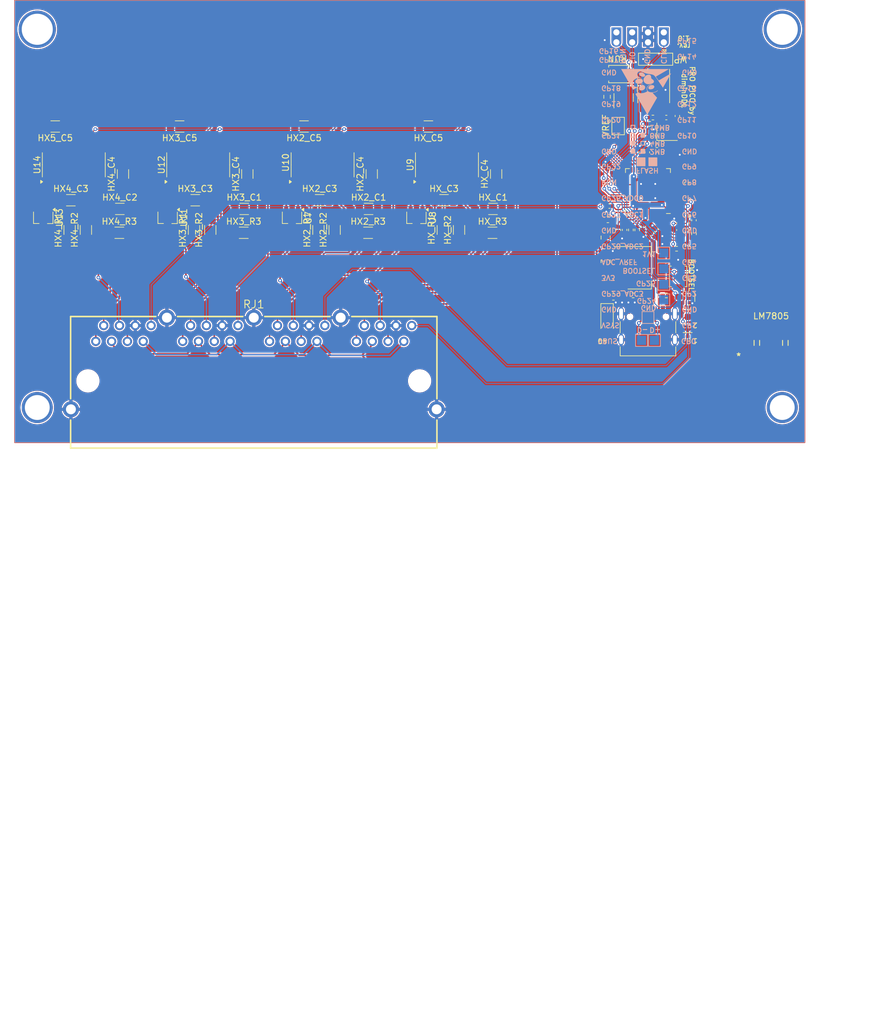
<source format=kicad_pcb>
(kicad_pcb (version 20240108) (generator "pcbnew") (generator_version "8.0")
  (layers (0 "F.Cu" signal) (31 "B.Cu" signal) (34 "B.Paste" user) (35 "F.Paste" user) (36 "B.SilkS" user "B.Silkscreen") (37 "F.SilkS" user "F.Silkscreen") (38 "B.Mask" user) (39 "F.Mask" user) (44 "Edge.Cuts" user))
  (net 0 "")
  (net 1 "Net-(C3-Pad1)")
  (net 2 "GND")
  (net 3 "/XIN")
  (net 4 "+1V1")
  (net 5 "VBUS")
  (net 6 "Net-(D2-K)")
  (net 7 "/GPIO23")
  (net 8 "Net-(D3-K)")
  (net 9 "/EEPROM_SCL")
  (net 10 "Net-(J1-CC1)")
  (net 11 "/D+")
  (net 12 "/D-")
  (net 14 "Net-(J1-CC2)")
  (net 16 "/SWCLK")
  (net 17 "/SWD")
  (net 18 "/RUN")
  (net 19 "/GPIO2")
  (net 20 "/GPIO3")
  (net 21 "/GPIO4")
  (net 22 "/GPIO5")
  (net 23 "/GPIO6")
  (net 24 "/GPIO7")
  (net 25 "/GPIO8")
  (net 26 "/GPIO9")
  (net 27 "/GPIO10")
  (net 28 "/GPIO11")
  (net 29 "/GPIO12")
  (net 30 "/GPIO13")
  (net 31 "/GPIO14")
  (net 32 "/GPIO15")
  (net 33 "/GPIO27_ADC1")
  (net 34 "/GPIO26_ADC0")
  (net 35 "Net-(U10-INA+)")
  (net 36 "Net-(U10-VBG)")
  (net 37 "/GPIO17")
  (net 38 "/GPIO16")
  (net 39 "/EEPROM_WP")
  (net 40 "/3V0_VREF")
  (net 41 "/QSPI_SS")
  (net 42 "Net-(R1-Pad2)")
  (net 43 "/XOUT")
  (net 44 "/DP")
  (net 45 "/EEPROM_SDA")
  (net 49 "/QSPI_SD1")
  (net 50 "/QSPI_SD2")
  (net 51 "/QSPI_SD0")
  (net 52 "/QSPI_SCLK")
  (net 53 "/QSPI_SD3")
  (net 54 "Net-(C6-Pad1)")
  (net 55 "/DN")
  (net 56 "/ADC_VREF")
  (net 57 "1A-")
  (net 58 "1E-")
  (net 59 "VCC")
  (net 60 "1E+")
  (net 61 "Net-(U9-INA+)")
  (net 62 "Net-(U9-VBG)")
  (net 63 "1A+")
  (net 64 "Net-(U9-VFB)")
  (net 65 "SCK")
  (net 66 "DT1")
  (net 67 "Net-(U8-BASE)")
  (net 71 "3.3V")
  (net 72 "3E-")
  (net 73 "SCL")
  (net 74 "2E-")
  (net 75 "3E+")
  (net 76 "3A+")
  (net 77 "2A-")
  (net 78 "2A+")
  (net 79 "4E+")
  (net 80 "4A+")
  (net 81 "4E-")
  (net 82 "3A-")
  (net 83 "2E+")
  (net 84 "4A-")
  (net 85 "Net-(U10-VFB)")
  (net 86 "Net-(U10-BASE)")
  (net 90 "DT2")
  (net 91 "SDA1")
  (net 95 "SDA2")
  (net 96 "SDA3")
  (net 97 "SDA4")
  (net 98 "Net-(U12-INA+)")
  (net 99 "Net-(U12-VBG)")
  (net 100 "Net-(U12-VFB)")
  (net 101 "Net-(U11-BASE)")
  (net 102 "DT3")
  (net 106 "Net-(U14-INA+)")
  (net 107 "Net-(U14-VBG)")
  (net 108 "Net-(U14-VFB)")
  (net 109 "Net-(U13-BASE)")
  (net 113 "DT4")
  (footprint "W25Q16JVUXIQ_TR:IC_W25Q16JVUXIQ_TR" (layer "F.Cu") (at 159.3596 61.5462 -90)
    (property "Reference" "U2" (hide yes))
    (property "Value" "W25Q16JVUXIQ")
  )
  (footprint "Resistor_SMD:R_0402_1005Metric" (layer "F.Cu") (at 160.3756 74.5002)
    (property "Reference" "R13" (hide yes))
    (property "Value" "1k")
  )
  (footprint "Capacitor_SMD:C_1206_3216Metric" (layer "F.Cu") (at 78.437796 45.455251 180)
    (property "Reference" "HX3_C5")
    (property "Value" "10uF")
  )
  (footprint "Button_Switch_SMD:SW_SPST_B3U-1000P" (layer "F.Cu") (at 158.5976 69.5472 -90)
    (property "Reference" "SW1" (hide yes))
    (property "Value" "BOOTSEL")
  )
  (footprint "" (layer "F.Cu") (at 55.54595 90.61635)
    (property "Reference" "")
    (property "Value" "")
  )
  (footprint "Capacitor_SMD:C_0402_1005Metric" (layer "F.Cu") (at 148.971 62.0796 -90)
    (property "Reference" "C12" (hide yes))
    (property "Value" "1u")
  )
  (footprint "Capacitor_SMD:C_0603_1608Metric_Pad1.08x0.95mm_HandSolder" (layer "F.Cu") (at 148.1836 72.8492)
    (property "Reference" "C4" (hide yes))
    (property "Value" "2.2u")
  )
  (footprint "Capacitor_SMD:C_1206_3216Metric" (layer "F.Cu") (at 69.32911 53.089935 90)
    (property "Reference" "HX4_C4")
    (property "Value" "10uF")
  )
  (footprint "Capacitor_SMD:C_0402_1005Metric" (layer "F.Cu") (at 158.4706 43.7662 90)
    (property "Reference" "C2" (hide yes))
    (property "Value" "18p")
  )
  (footprint "Package_TO_SOT_SMD:TSOT-23" (layer "F.Cu") (at 56.52912 60.099918 -90)
    (property "Reference" "U13")
    (property "Value" "MMBT5550LT1G")
  )
  (footprint "Resistor_SMD:R_1206_3216Metric" (layer "F.Cu") (at 88.74491 62.538735)
    (property "Reference" "HX3_R3")
    (property "Value" "1k")
  )
  (footprint "" (layer "F.Cu") (at 55.54595 29.83415)
    (property "Reference" "")
    (property "Value" "")
  )
  (footprint "RP2040:RP2040-QFN-56" (layer "F.Cu") (at 153.7414 55.8312 180)
    (property "Reference" "U5" (hide yes))
    (property "Value" "RP2040")
  )
  (footprint "Capacitor_SMD:C_0402_1005Metric" (layer "F.Cu") (at 153.0096 61.5462 -90)
    (property "Reference" "C13" (hide yes))
    (property "Value" "100n")
  )
  (footprint "Resistor_SMD:R_0402_1005Metric" (layer "F.Cu") (at 155.1686 48.4652)
    (property "Reference" "R5" (hide yes))
    (property "Value" "1k")
  )
  (footprint "Resistor_SMD:R_1206_3216Metric" (layer "F.Cu") (at 103.366223 62.079519 90)
    (property "Reference" "HX2_R2")
    (property "Value" "8.2k")
  )
  (footprint "Package_SO:SOP-16_3.9x9.9mm_P1.27mm" (layer "F.Cu") (at 121.4222 51.617152 90)
    (property "Reference" "U9")
    (property "Value" "HX711")
  )
  (footprint "Resistor_SMD:R_0402_1005Metric_Pad0.72x0.64mm_HandSolder" (layer "F.Cu") (at 156.6926 72.5952)
    (property "Reference" "R3" (hide yes))
    (property "Value" "5.1k")
  )
  (footprint "Package_TO_SOT_SMD:TSOT-23" (layer "F.Cu") (at 76.52912 60.099918 -90)
    (property "Reference" "U11")
    (property "Value" "MMBT5550LT1G")
  )
  (footprint "Package_SO:SOP-16_3.9x9.9mm_P1.27mm" (layer "F.Cu") (at 81.4222 51.617152 90)
    (property "Reference" "U12")
    (property "Value" "HX711")
  )
  (footprint "Capacitor_SMD:C_0402_1005Metric" (layer "F.Cu") (at 147.5486 58.2442 180)
    (property "Reference" "C14" (hide yes))
    (property "Value" "100n")
  )
  (footprint "Jumper:SolderJumper-3_P2.0mm_Open_TrianglePad1.0x1.5mm" (layer "F.Cu") (at 154.9716 34.6222 180)
    (property "Reference" "JP1" (hide yes))
    (property "Value" "EEPROM_WP")
  )
  (footprint "DS1129-02-S80BP:DS1129-02-S80BP" (layer "F.Cu") (at 90.36 83.5416)
    (property "Reference" "RJ1")
    (property "Value" "DS1129-02-S80BP")
  )
  (footprint "Capacitor_SMD:C_1206_3216Metric" (layer "F.Cu") (at 60.94711 57.306335)
    (property "Reference" "HX4_C3")
    (property "Value" "0.1uF")
  )
  (footprint "Capacitor_SMD:C_0402_1005Metric_Pad0.74x0.62mm_HandSolder" (layer "F.Cu") (at 156.6926 44.0202)
    (property "Reference" "C1" (hide yes))
    (property "Value" "100n")
  )
  (footprint "Resistor_SMD:R_1206_3216Metric" (layer "F.Cu") (at 123.366223 62.079519 90)
    (property "Reference" "HX_R2")
    (property "Value" "8.2k")
  )
  (footprint "Capacitor_SMD:C_0402_1005Metric" (layer "F.Cu") (at 154.5336 46.9412 90)
    (property "Reference" "C3" (hide yes))
    (property "Value" "18p")
  )
  (footprint "connector:Pico_4pin" (layer "F.Cu") (at 152.4762 31.9298 -90)
    (property "Reference" "J2" (hide yes))
    (property "Value" "SWD")
  )
  (footprint "Resistor_SMD:R_1206_3216Metric" (layer "F.Cu") (at 60.750023 62.079519 90)
    (property "Reference" "HX4_R1")
    (property "Value" "20k")
  )
  (footprint "Package_TO_SOT_SMD:SOT-223-3_TabPin2" (layer "F.Cu") (at 152.3746 68.1642)
    (property "Reference" "U3" (hide yes))
    (property "Value" "AMS1117-3.3")
  )
  (footprint "Resistor_SMD:R_1206_3216Metric" (layer "F.Cu") (at 68.74491 62.538735)
    (property "Reference" "HX4_R3")
    (property "Value" "1k")
  )
  (footprint "" (layer "F.Cu") (at 175.33235 29.83415)
    (property "Reference" "")
    (property "Value" "")
  )
  (footprint "Resistor_SMD:R_1206_3216Metric" (layer "F.Cu") (at 83.366223 62.079519 90)
    (property "Reference" "HX3_R2")
    (property "Value" "8.2k")
  )
  (footprint "Resistor_SMD:R_0402_1005Metric" (layer "F.Cu") (at 160.1216 79.7072 -90)
    (property "Reference" "R12" (hide yes))
    (property "Value" "1k")
  )
  (footprint "Package_SO:SOIC-8_3.9x4.9mm_P1.27mm" (layer "F.Cu") (at 154.6606 39.7022 -90)
    (property "Reference" "U1" (hide yes))
    (property "Value" "FM24CL16B")
  )
  (footprint "Resistor_SMD:R_1206_3216Metric" (layer "F.Cu") (at 80.750023 62.079519 90)
    (property "Reference" "HX3_R1")
    (property "Value" "20k")
  )
  (footprint "Resistor_SMD:R_1206_3216Metric" (layer "F.Cu") (at 63.366223 62.079519 90)
    (property "Reference" "HX4_R2")
    (property "Value" "8.2k")
  )
  (footprint "Resistor_SMD:R_1206_3216Metric" (layer "F.Cu") (at 100.750023 62.079519 90)
    (property "Reference" "HX2_R1")
    (property "Value" "20k")
  )
  (footprint "Capacitor_SMD:C_1206_3216Metric" (layer "F.Cu") (at 89.32911 53.089935 90)
    (property "Reference" "HX3_C4")
    (property "Value" "10uF")
  )
  (footprint "Capacitor_SMD:C_0402_1005Metric" (layer "F.Cu") (at 153.6446 49.6082 90)
    (property "Reference" "C18" (hide yes))
    (property "Value" "100n")
  )
  (footprint "Capacitor_SMD:C_1206_3216Metric" (layer "F.Cu") (at 68.82111 58.703335)
    (property "Reference" "HX4_C2")
    (property "Value" "0.1uF")
  )
  (footprint "Capacitor_SMD:C_0603_1608Metric_Pad1.08x0.95mm_HandSolder" (layer "F.Cu") (at 147.2946 60.4032 180)
    (property "Reference" "C7" (hide yes))
    (property "Value" "10n C0G")
  )
  (footprint "Capacitor_SMD:C_0402_1005Metric" (layer "F.Cu") (at 160 54.52 90)
    (property "Reference" "C17" (hide yes))
    (property "Value" "100n")
  )
  (footprint "Resistor_SMD:R_1206_3216Metric" (layer "F.Cu") (at 128.74491 62.538735)
    (property "Reference" "HX_R3")
    (property "Value" "1k")
  )
  (footprint "Capacitor_SMD:C_1206_3216Metric" (layer "F.Cu") (at 98.437796 45.455251 180)
    (property "Reference" "HX2_C5")
    (property "Value" "10uF")
  )
  (footprint "Capacitor_SMD:C_1206_3216Metric" (layer "F.Cu") (at 129.32911 53.089935 90)
    (property "Reference" "HX_C4")
    (property "Value" "10uF")
  )
  (footprint "Resistor_SMD:R_0402_1005Metric" (layer "F.Cu") (at 151.003 62.0796 90)
    (property "Reference" "R9" (hide yes))
    (property "Value" "27")
  )
  (footprint "Capacitor_SMD:C_0402_1005Metric" (layer "F.Cu") (at 147.9296 52.4022 90)
    (property "Reference" "C11" (hide yes))
    (property "Value" "100n")
  )
  (footprint "Diode_SMD:D_SOD-123" (layer "F.Cu") (at 147.1676 76.2782 -90)
    (property "Reference" "D1" (hide yes))
    (property "Value" "B5819W")
  )
  (footprint "Capacitor_SMD:C_1206_3216Metric" (layer "F.Cu") (at 118.437796 45.455251 180)
    (property "Reference" "HX_C5")
    (property "Value" "10uF")
  )
  (footprint "Crystal:Crystal_SMD_2520-4Pin_2.5x2.0mm" (layer "F.Cu") (at 156.8196 46.3062)
    (property "Reference" "Y1" (hide yes))
    (property "Value" "ECS-120-12-36-AGN-TR3")
  )
  (footprint "Resistor_SMD:R_0805_2012Metric_Pad1.20x1.40mm_HandSolder" (layer "F.Cu") (at 146.939 67.1088 -90)
    (property "Reference" "R6" (hide yes))
    (property "Value" "470mOhm")
  )
  (footprint "" (layer "F.Cu") (at 175.33235 90.61635)
    (property "Reference" "")
    (property "Value" "")
  )
  (footprint "Capacitor_SMD:C_1206_3216Metric" (layer "F.Cu") (at 88.82111 58.703335)
    (property "Reference" "HX3_C1")
    (property "Value" "0.1uF")
  )
  (footprint "LED_SMD:LED_0603_1608Metric_Pad1.05x0.95mm_HandSolder" (layer "F.Cu") (at 159.6136 72.8492 180)
    (property "Reference" "D3" (hide yes))
    (property "Value" "LED")
  )
  (footprint "Capacitor_SMD:C_1206_3216Metric" (layer "F.Cu") (at 58.437796 45.455251 180)
    (property "Reference" "HX5_C5")
    (property "Value" "10uF")
  )
  (footprint "Resistor_SMD:R_1206_3216Metric" (layer "F.Cu") (at 120.750023 62.079519 90)
    (property "Reference" "HX_R1")
    (property "Value" "20k")
  )
  (footprint "Resistor_SMD:R_0402_1005Metric_Pad0.72x0.64mm_HandSolder" (layer "F.Cu") (at 161.1376 62.6892 -90)
    (property "Reference" "R1" (hide yes))
    (property "Value" "1k")
  )
  (footprint "Resistor_SMD:R_1206_3216Metric" (layer "F.Cu") (at 108.74491 62.538735)
    (property "Reference" "HX2_R3")
    (property "Value" "1k")
  )
  (footprint "Connector_USB:USB_C_Receptacle_Palconn_UTC16-G" (layer "F.Cu") (at 153.7462 77.4742)
    (property "Reference" "J1" (hide yes))
    (property "Value" "USB_C_Receptacle_USB2.0")
  )
  (footprint "Resistor_SMD:R_0402_1005Metric" (layer "F.Cu") (at 154.0256 45.0362 180)
    (property "Reference" "R10" (hide yes))
    (property "Value" "1k")
  )
  (footprint "Capacitor_SMD:C_1206_3216Metric" (layer "F.Cu") (at 109.32911 53.089935 90)
    (property "Reference" "HX2_C4")
    (property "Value" "10uF")
  )
  (footprint "Package_SO:SOP-16_3.9x9.9mm_P1.27mm" (layer "F.Cu") (at 101.4222 51.617152 90)
    (property "Reference" "U10")
    (property "Value" "HX711")
  )
  (footprint "Capacitor_SMD:C_1206_3216Metric" (layer "F.Cu") (at 100.94711 57.306335)
    (property "Reference" "HX2_C3")
    (property "Value" "0.1uF")
  )
  (footprint "LM7805_2:DPAK-3_ONS-M" (layer "F.Cu") (at 173.53915 75.92695)
    (property "Reference" "LM7805")
    (property "Value" "MC7805CDTRKG")
  )
  (footprint "Capacitor_SMD:C_0402_1005Metric" (layer "F.Cu") (at 161.1376 60.5302 -90)
    (property "Reference" "C16" (hide yes))
    (property "Value" "100n")
  )
  (footprint "Package_TO_SOT_SMD:TSOT-23" (layer "F.Cu") (at 96.52912 60.099918 -90)
    (property "Reference" "U7")
    (property "Value" "MMBT5550LT1G")
  )
  (footprint "Package_SO:SOP-16_3.9x9.9mm_P1.27mm" (layer "F.Cu") (at 61.4222 51.617152 90)
    (property "Reference" "U14")
    (property "Value" "HX711")
  )
  (footprint "Resistor_SMD:R_0402_1005Metric" (layer "F.Cu") (at 154.5356 44.0182 180)
    (property "Reference" "R11" (hide yes))
    (property "Value" "1k")
  )
  (footprint "Resistor_SMD:R_0402_1005Metric_Pad0.72x0.64mm_HandSolder" (layer "F.Cu") (at 151.3586 72.5952 180)
    (property "Reference" "R4" (hide yes))
    (property "Value" "5.1k")
  )
  (footprint "Package_TO_SOT_SMD:SOT-23" (layer "F.Cu") (at 149.8346 40.8082 90)
    (property "Reference" "U4" (hide yes))
    (property "Value" "LM4040DBZ-3")
  )
  (footprint "Resistor_SMD:R_0402_1005Metric_Pad0.72x0.64mm_HandSolder" (layer "F.Cu") (at 158.3436 65.1022 180)
    (property "Reference" "R2" (hide yes))
    (property "Value" "DNP")
  )
  (footprint "Button_Switch_SMD:SW_SPST_B3U-1000P" (layer "F.Cu") (at 149.0726 37.0352 180)
    (property "Reference" "SW2" (hide yes))
    (property "Value" "RES")
  )
  (footprint "Capacitor_SMD:C_0402_1005Metric" (layer "F.Cu") (at 152.6286 49.6082 90)
    (property "Reference" "C9" (hide yes))
    (property "Value" "100n")
  )
  (footprint "Capacitor_SMD:C_0805_2012Metric_Pad1.18x1.45mm_HandSolder" (layer "F.Cu") (at 146.939 63.2988 90)
    (property "Reference" "C6" (hide yes))
    (property "Value" "10u")
  )
  (footprint "Resistor_SMD:R_0603_1608Metric_Pad0.98x0.95mm_HandSolder" (layer "F.Cu") (at 147.1676 40.6812 90)
    (property "Reference" "R7" (hide yes))
    (property "Value" "150")
  )
  (footprint "Resistor_SMD:R_0402_1005Metric" (layer "F.Cu") (at 152.019 62.0796 90)
    (property "Reference" "R8" (hide yes))
    (property "Value" "27")
  )
  (footprint "Capacitor_SMD:C_1206_3216Metric" (layer "F.Cu") (at 108.82111 58.703335)
    (property "Reference" "HX2_C1")
    (property "Value" "0.1uF")
  )
  (footprint "Capacitor_SMD:C_1206_3216Metric" (layer "F.Cu") (at 128.82111 58.703335)
    (property "Reference" "HX_C1")
    (property "Value" "0.1uF")
  )
  (footprint "Package_TO_SOT_SMD:TSOT-23" (layer "F.Cu") (at 116.52912 60.099918 -90)
    (property "Reference" "U8")
    (property "Value" "MMBT5550LT1G")
  )
  (footprint "Capacitor_SMD:C_0402_1005Metric" (layer "F.Cu") (at 154.4066 62.8162 -45)
    (property "Reference" "C15" (hide yes))
    (property "Value" "100n")
  )
  (footprint "Capacitor_SMD:C_1206_3216Metric" (layer "F.Cu") (at 80.94711 57.306335)
    (property "Reference" "HX3_C3")
    (property "Value" "0.1uF")
  )
  (footprint "Capacitor_SMD:C_0402_1005Metric" (layer "F.Cu") (at 149.987 62.0796 -90)
    (property "Reference" "C10" (hide yes))
    (property "Value" "1u")
  )
  (footprint "Capacitor_SMD:C_0402_1005Metric" (layer "F.Cu") (at 155.127011 62.139611 -45)
    (property "Reference" "C8" (hide yes))
    (property "Value" "100n")
  )
  (footprint "Jumper:SolderJumper-2_P1.3mm_Open_TrianglePad1.0x1.5mm" (layer "F.Cu") (at 148.9456 45.3802 90)
    (property "Reference" "JP2" (hide yes))
    (property "Value" "VREF")
  )
  (footprint "LED_SMD:LED_0603_1608Metric_Pad1.05x0.95mm_HandSolder" (layer "F.Cu") (at 160.1216 76.9132 90)
    (property "Reference" "D2" (hide yes))
    (property "Value" "LED")
  )
  (footprint "Capacitor_SMD:C_1206_3216Metric" (layer "F.Cu") (at 120.94711 57.306335)
    (property "Reference" "HX_C3")
    (property "Value" "0.1uF")
  )
  (footprint "Capacitor_SMD:C_0402_1005Metric_Pad0.74x0.62mm_HandSolder" (layer "F.Cu") (at 160.1216 64.7212 -90)
    (property "Reference" "C5" (hide yes))
    (property "Value" "100n")
  )
  (footprint "TestPoint:TestPoint_Pad_1.5x1.5mm" (layer "B.Cu") (at 156.2862 73.3064)
    (property "Reference" "TP6" (hide yes))
    (property "Value" "GP24")
  )
  (footprint "TestPoint:TestPoint_Pad_1.5x1.5mm" (layer "B.Cu") (at 156.2862 65.788)
    (property "Reference" "TP2" (hide yes))
    (property "Value" "VREG")
  )
  (footprint "TestPoint:TestPoint_Pad_1.5x1.5mm" (layer "B.Cu") (at 153.7462 76.1512)
    (property "Reference" "TP4" (hide yes))
    (property "Value" "GND")
  )
  (footprint "TestPoint:TestPoint_Pad_1.5x1.5mm" (layer "B.Cu") (at 156.2862 68.328)
    (property "Reference" "TP1" (hide yes))
    (property "Value" "BOOTSEL")
  )
  (footprint "LOGO" (layer "B.Cu") (at 153.6446 39.7022)
    (property "Reference" "G***" (hide yes))
    (property "Value" "LOGO" (hide yes))
  )
  (footprint "TestPoint:TestPoint_Pad_1.5x1.5mm" (layer "B.Cu") (at 156.2862 70.8172)
    (property "Reference" "TP3" (hide yes))
    (property "Value" "GP25")
  )
  (footprint "TestPoint:TestPoint_Pad_1.5x1.5mm" (layer "B.Cu") (at 154.7876 79.8342)
    (property "Reference" "TP5" (hide yes))
    (property "Value" "D+")
  )
  (footprint "TestPoint:TestPoint_Pad_1.5x1.5mm" (layer "B.Cu") (at 152.7048 79.8342)
    (property "Reference" "TP7" (hide yes))
    (property "Value" "D-")
  )
  (gr_rect (start 51.93915 25.22975) (end 178.93915 96.22975) (stroke (width 0.2)) (fill none) (layer "F.Cu"))
  (gr_rect (start 153.8986 50.4972) (end 155.1686 51.7672) (stroke (width 0.15)) (fill none) (layer "B.SilkS"))
  (gr_rect (start 151.9936 50.4972) (end 153.2636 51.7672) (stroke (width 0.15)) (fill none) (layer "B.SilkS"))
  (gr_line (start 51.9328 25.2107) (end 178.9328 25.2107) (stroke (width 0.05)) (layer "Edge.Cuts"))
  (gr_line (start 178.9328 25.2107) (end 178.9328 96.2107) (stroke (width 0.05)) (layer "Edge.Cuts"))
  (gr_line (start 51.9328 96.2107) (end 178.9328 96.2107) (stroke (width 0.05)) (layer "Edge.Cuts"))
  (gr_line (start 51.9328 25.2107) (end 51.9328 96.2107) (stroke (width 0.05)) (layer "Edge.Cuts"))
  (gr_text "RUN" (at 146.1516 53.9262 180) (layer "B.SilkS") (effects (font (size 0.8 0.8)) (justify left bottom mirror)))
  (gr_text "GP11" (at 158.3436 43.8932 180) (layer "B.SilkS") (effects (font (size 0.8 0.8)) (justify left bottom mirror)))
  (gr_text "GP16" (at 145.7706 32.8442 180) (layer "B.SilkS") (effects (font (size 0.8 0.8)) (justify left bottom mirror)))
  (gr_text "GP5" (at 159.1056 64.2132 180) (layer "B.SilkS") (effects (font (size 0.8 0.8)) (justify left bottom mirror)))
  (gr_text "D+" (at 153.8986 77.6752 180) (layer "B.SilkS") (effects (font (size 0.8 0.8)) (justify left bottom mirror)))
  (gr_text "GP28_ADC2" (at 146.1516 64.2132 180) (layer "B.SilkS") (effects (font (size 0.8 0.8)) (justify left bottom mirror)))
  (gr_text "GP15" (at 158.3436 31.1932 180) (layer "B.SilkS") (effects (font (size 0.8 0.8)) (justify left bottom mirror)))
  (gr_text "GP9" (at 159.1056 51.3862 180) (layer "B.SilkS") (effects (font (size 0.8 0.8)) (justify left bottom mirror)))
  (gr_text "GP25" (at 151.7396 70.1822 180) (layer "B.SilkS") (effects (font (size 0.8 0.8)) (justify left bottom mirror)))
  (gr_text "GND" (at 146.1516 74.3732 180) (layer "B.SilkS") (effects (font (size 0.8 0.8)) (justify left bottom mirror)))
  (gr_text "VBUS" (at 145.6436 79.4532 180) (layer "B.SilkS") (effects (font (size 0.8 0.8)) (justify left bottom mirror)))
  (gr_text "3V3" (at 146.1516 69.2932 180) (layer "B.SilkS") (effects (font (size 0.8 0.8)) (justify left bottom mirror)))
  (gr_text "CLK" (at 155.8036 35.5112 -90) (layer "B.SilkS") (effects (font (size 0.8 0.8)) (justify left bottom mirror)))
  (gr_text "1V1" (at 152.7556 65.4832 180) (layer "B.SilkS") (effects (font (size 0.8 0.8)) (justify left bottom mirror)))
  (gr_text "GP8" (at 159.1056 53.9262 180) (layer "B.SilkS") (effects (font (size 0.8 0.8)) (justify left bottom mirror)))
  (gr_text "RUN" (at 149.1996 35.5112 -90) (layer "B.SilkS") (effects (font (size 0.8 0.8)) (justify left bottom mirror)))
  (gr_text "GP14" (at 158.3436 33.7332 180) (layer "B.SilkS") (effects (font (size 0.8 0.8)) (justify left bottom mirror)))
  (gr_text "GP4" (at 159.1056 66.7532 180) (layer "B.SilkS") (effects (font (size 0.8 0.8)) (justify left bottom mirror)))
  (gr_text "GP20" (at 146.1516 43.8932 180) (layer "B.SilkS") (effects (font (size 0.8 0.8)) (justify left bottom mirror)))
  (gr_text "GND" (at 159.1056 61.6732 180) (layer "B.SilkS") (effects (font (size 0.8 0.8)) (justify left bottom mirror)))
  (gr_text "GP0" (at 158.9786 79.4532 180) (layer "B.SilkS") (effects (font (size 0.8 0.8)) (justify left bottom mirror)))
  (gr_text "GP22" (at 146.1516 51.3862 180) (layer "B.SilkS") (effects (font (size 0.8 0.8)) (justify left bottom mirror)))
  (gr_text "GP10" (at 158.3436 46.4332 180) (layer "B.SilkS") (effects (font (size 0.8 0.8)) (justify left bottom mirror)))
  (gr_text "GP13" (at 158.3436 38.8132 180) (layer "B.SilkS") (effects (font (size 0.8 0.8)) (justify left bottom mirror)))
  (gr_text "SIO" (at 150.7236 35.5112 -90) (layer "B.SilkS") (effects (font (size 0.8 0.8)) (justify left bottom mirror)))
  (gr_text "GP18" (at 146.1516 38.8132 180) (layer "B.SilkS") (effects (font (size 0.8 0.8)) (justify left bottom mirror)))
  (gr_text "GP29_ADC3" (at 146.1516 71.8332 180) (layer "B.SilkS") (effects (font (size 0.8 0.8)) (justify left bottom mirror)))
  (gr_text "VSYS" (at 146.1516 76.9132 180) (layer "B.SilkS") (effects (font (size 0.8 0.8)) (justify left bottom mirror)))
  (gr_text "■ ■ 2MB\n■ □ 4MB\n□ ■ 8MB\n□ □ 16MB" (at 150.7236 45.1632 180) (layer "B.SilkS") (effects (font (size 0.8 0.8)) (justify left bottom mirror)))
  (gr_text "GND" (at 159.1056 48.9732 180) (layer "B.SilkS") (effects (font (size 0.8 0.8)) (justify left bottom mirror)))
  (gr_text "ADC_VREF" (at 146.1516 66.7532 180) (layer "B.SilkS") (effects (font (size 0.8 0.8)) (justify left bottom mirror)))
  (gr_text "GP19" (at 146.1516 41.3532 180) (layer "B.SilkS") (effects (font (size 0.8 0.8)) (justify left bottom mirror)))
  (gr_text "GP1" (at 159.1056 76.9132 180) (layer "B.SilkS") (effects (font (size 0.8 0.8)) (justify left bottom mirror)))
  (gr_text "GP7" (at 159.1056 56.4662 180) (layer "B.SilkS") (effects (font (size 0.8 0.8)) (justify left bottom mirror)))
  (gr_text "GP3" (at 159.1056 69.2932 180) (layer "B.SilkS") (effects (font (size 0.8 0.8)) (justify left bottom mirror)))
  (gr_text "GP26_ADC0" (at 146.1516 56.4662 180) (layer "B.SilkS") (effects (font (size 0.8 0.8)) (justify left bottom mirror)))
  (gr_text "GP6" (at 159.1056 59.1332 180) (layer "B.SilkS") (effects (font (size 0.8 0.8)) (justify left bottom mirror)))
  (gr_text "GND" (at 146.1516 36.2732 180) (layer "B.SilkS") (effects (font (size 0.8 0.8)) (justify left bottom mirror)))
  (gr_text "FLASH" (at 151.726576 52.059192 180) (layer "B.SilkS") (effects (font (size 0.8 0.8)) (justify left bottom mirror)))
  (gr_text "GND" (at 153.1366 35.5112 -90) (layer "B.SilkS") (effects (font (size 0.8 0.8)) (justify left bottom mirror)))
  (gr_text "GP27_ADC1" (at 146.1516 59.1332 180) (layer "B.SilkS") (effects (font (size 0.8 0.8)) (justify left bottom mirror)))
  (gr_text "GND" (at 159.1056 74.3732 180) (layer "B.SilkS") (effects (font (size 0.8 0.8)) (justify left bottom mirror)))
  (gr_text "GP12" (at 158.3436 41.3532 180) (layer "B.SilkS") (effects (font (size 0.8 0.8)) (justify left bottom mirror)))
  (gr_text "GND" (at 152.5016 74.1192 180) (layer "B.SilkS") (effects (font (size 0.8 0.8)) (justify left bottom mirror)))
  (gr_text "GP2" (at 159.1056 71.8332 180) (layer "B.SilkS") (effects (font (size 0.8 0.8)) (justify left bottom mirror)))
  (gr_text "GP17" (at 145.7706 34.2412 180) (layer "B.SilkS") (effects (font (size 0.8 0.8)) (justify left bottom mirror)))
  (gr_text "GP24" (at 151.8666 72.9762 180) (layer "B.SilkS") (effects (font (size 0.8 0.8)) (justify left bottom mirror)))
  (gr_text "GND" (at 146.1516 48.9732 180) (layer "B.SilkS") (effects (font (size 0.8 0.8)) (justify left bottom mirror)))
  (gr_text "GND" (at 159.1056 36.2732 180) (layer "B.SilkS") (effects (font (size 0.8 0.8)) (justify left bottom mirror)))
  (gr_text "D-" (at 151.8666 77.6752 180) (layer "B.SilkS") (effects (font (size 0.8 0.8)) (justify left bottom mirror)))
  (gr_text "GND" (at 146.1516 61.6732 180) (layer "B.SilkS") (effects (font (size 0.8 0.8)) (justify left bottom mirror)))
  (gr_text "BOOTSEL" (at 149.5806 68.1502 180) (layer "B.SilkS") (effects (font (size 0.8 0.8)) (justify left bottom mirror)))
  (gr_text "GP21" (at 146.1516 46.4332 180) (layer "B.SilkS") (effects (font (size 0.8 0.8)) (justify left bottom mirror)))
  (gr_text "40" (at 147.2946 79.4532 180) (layer "F.SilkS") (effects (font (size 0.8 0.8) (thickness 0.15) (bold yes)) (justify left bottom)))
  (gr_text "1" (at 161.7726 79.4532 180) (layer "F.SilkS") (effects (font (size 0.8 0.8) (thickness 0.15) (bold yes)) (justify left bottom)))
  (gr_text "2" (at 161.7726 76.9132 180) (layer "F.SilkS") (effects (font (size 0.8 0.8) (thickness 0.15) (bold yes)) (justify left bottom)))
  (gr_text "1" (at 161.7726 79.4532 180) (layer "F.SilkS") (effects (font (size 0.8 0.8) (thickness 0.15) (bold yes)) (justify left bottom)))
  (gr_text "rev.\n1.0" (at 159.4866 30.8122 180) (layer "F.SilkS") (effects (font (size 0.8 0.8)) (justify bottom)))
  (gr_text "WP" (at 160.1216 34.1142 180) (layer "F.SilkS") (effects (font (size 1 1)) (justify left bottom)))
  (gr_text "PRO PICO by\ndiminDDL" (at 159.1056 39.7022 -90) (layer "F.SilkS") (effects (font (size 0.8 0.8)) (justify bottom)))
  (gr_text "BOOTSEL" (at 160.2486 66.6262 -90) (layer "F.SilkS") (effects (font (size 0.8 0.8)) (justify left bottom)))
  (gr_text "RUN" (at 150.4696 33.9872 180) (layer "F.SilkS") (effects (font (size 1 1)) (justify left bottom)))
  (gr_text "VREF" (at 147.5486 47.1952 90) (layer "F.SilkS") (effects (font (size 1 1)) (justify left bottom)))
  (segment (start 155.6786 47.2722) (end 155.9446 47.0062) (width 0.2) (layer "F.Cu") (net 1))
  (segment (start 155.5296 47.4212) (end 155.9446 47.0062) (width 0.2) (layer "F.Cu") (net 1))
  (segment (start 154.5336 47.4212) (end 155.5296 47.4212) (width 0.2) (layer "F.Cu") (net 1))
  (segment (start 155.6786 48.4652) (end 155.6786 47.2722) (width 0.2) (layer "F.Cu") (net 1))
  (segment (start 158.013662 60.2962) (end 157.967037 60.249575) (width 0.15) (layer "F.Cu") (net 2))
  (segment (start 158.6096 60.2962) (end 158.013662 60.2962) (width 0.15) (layer "F.Cu") (net 2))
  (via (at 158.5976 66.8802) (size 0.6) (drill 0.3) (layers "F.Cu" "B.Cu") (net 2))
  (via (at 156.5656 39.5752) (size 0.6) (drill 0.3) (layers "F.Cu" "B.Cu") (net 2))
  (via (at 152.6286 56.9742) (size 0.6) (drill 0.3) (layers "F.Cu" "B.Cu") (net 2))
  (via (at 160.8836 73.8652) (size 0.6) (drill 0.3) (layers "F.Cu" "B.Cu") (net 2))
  (via (at 161.6456 68.5312) (size 0.6) (drill 0.3) (layers "F.Cu" "B.Cu") (net 2))
  (via (at 152.6286 54.6882) (size 0.6) (drill 0.3) (layers "F.Cu" "B.Cu") (net 2))
  (via (at 149.5806 73.7382) (size 0.6) (drill 0.3) (layers "F.Cu" "B.Cu") (net 2))
  (via (at 149.5806 63.4512) (size 0.6) (drill 0.3) (layers "F.Cu" "B.Cu") (net 2))
  (via (at 154.9146 56.9742) (size 0.6) (drill 0.3) (layers "F.Cu" "B.Cu") (net 2))
  (via (at 148.081795 65.472818) (size 0.6) (drill 0.3) (layers "F.Cu" "B.Cu") (net 2))
  (via (at 153.0096 63.1972) (size 0.6) (drill 0.3) (layers "F.Cu" "B.Cu") (net 2))
  (via (at 158.8516 50) (size 0.6) (drill 0.3) (layers "F.Cu" "B.Cu") (net 2))
  (via (at 154.9146 54.6882) (size 0.6) (drill 0.3) (layers "F.Cu" "B.Cu") (net 2))
  (via (at 151.6126 73.7382) (size 0.6) (drill 0.3) (layers "F.Cu" "B.Cu") (net 2))
  (via (at 156.0576 63.0702) (size 0.6) (drill 0.3) (layers "F.Cu" "B.Cu") (net 2))
  (via (at 150.5966 73.7382) (size 0.6) (drill 0.3) (layers "F.Cu" "B.Cu") (net 2))
  (via (at 157.967037 60.249575) (size 0.6) (drill 0.3) (layers "F.Cu" "B.Cu") (net 2))
  (via (at 146.7866 31.5742) (size 0.6) (drill 0.3) (layers "F.Cu" "B.Cu") (net 2))
  (via (at 154.6606 45.9252) (size 0.6) (drill 0.3) (layers "F.Cu" "B.Cu") (net 2))
  (via (at 152.4411 48.5922) (size 0.6) (drill 0.3) (layers "F.Cu" "B.Cu") (net 2))
  (via (at 156.0576 64.3402) (size 0.6) (drill 0.3) (layers "F.Cu" "B.Cu") (net 2))
  (via (at 151.8061 35.1302) (size 0.6) (drill 0.3) (layers "F.Cu" "B.Cu") (net 2))
  (via (at 147.0406 59.1332) (size 0.6) (drill 0.3) (layers "F.Cu" "B.Cu") (net 2))
  (via (at 146.9136 51.1322) (size 0.6) (drill 0.3) (layers "F.Cu" "B.Cu") (net 2))
  (via (at 148.5646 73.7382) (size 0.6) (drill 0.3) (layers "F.Cu" "B.Cu") (net 2))
  (via (at 152.9716 34.6222) (size 0.6) (drill 0.3) (layers "F.Cu" "B.Cu") (net 2))
  (segment (start 157.3926 45.6062) (end 156.8196 46.1792) (width 0.2) (layer "F.Cu") (net 3))
  (segment (start 157.6946 45.5582) (end 158.4706 44.7822) (width 0.2) (layer "F.Cu") (net 3))
  (segment (start 156.8196 48.4652) (end 154.3414 50.9434) (width 0.2) (layer "F.Cu") (net 3))
  (segment (start 156.8196 46.1792) (end 156.8196 48.4652) (width 0.2) (layer "F.Cu") (net 3))
  (segment (start 157.6946 45.6062) (end 157.6946 45.5582) (width 0.2) (layer "F.Cu") (net 3))
  (segment (start 158.4706 44.7822) (end 158.4706 44.2462) (width 0.2) (layer "F.Cu") (net 3))
  (segment (start 154.3414 50.9434) (end 154.3414 52.3937) (width 0.2) (layer "F.Cu") (net 3))
  (segment (start 157.6946 45.6062) (end 157.3926 45.6062) (width 0.2) (layer "F.Cu") (net 3))
  (segment (start 151.46066 60.4476) (end 150.5014 60.4476) (width 0.2) (layer "F.Cu") (net 4))
  (segment (start 151.9414 59.96686) (end 151.46066 60.4476) (width 0.2) (layer "F.Cu") (net 4))
  (segment (start 153.1414 50.601) (end 152.6286 50.0882) (width 0.2) (layer "F.Cu") (net 4))
  (segment (start 150.5014 60.4476) (end 149.987 60.962) (width 0.2) (layer "F.Cu") (net 4))
  (segment (start 153.1414 52.3937) (end 153.1414 50.601) (width 0.2) (layer "F.Cu") (net 4))
  (segment (start 151.9414 59.2687) (end 151.9414 59.96686) (width 0.2) (layer "F.Cu") (net 4))
  (segment (start 149.987 60.962) (end 149.987 61.5996) (width 0.2) (layer "F.Cu") (net 4))
  (via (at 154.464406 61.361394) (size 0.6) (drill 0.3) (layers "F.Cu" "B.Cu") (net 4))
  (segment (start 155.4226 64.9244) (end 156.2862 65.788) (width 0.25) (layer "B.Cu") (net 4))
  (segment (start 154.464406 61.361394) (end 155.4226 62.319588) (width 0.25) (layer "B.Cu") (net 4))
  (segment (start 155.4226 62.319588) (end 155.4226 64.9244) (width 0.25) (layer "B.Cu") (net 4))
  (segment (start 147.4734 77.9282) (end 150.212594 77.9282) (width 0.25) (layer "F.Cu") (net 5))
  (segment (start 151.837 76.303794) (end 151.837 75.744606) (width 0.25) (layer "F.Cu") (net 5))
  (segment (start 151.837 75.744606) (end 151.652 75.559606) (width 0.25) (layer "F.Cu") (net 5))
  (segment (start 150.212594 77.9282) (end 151.837 76.303794) (width 0.25) (layer "F.Cu") (net 5))
  (segment (start 151.652 75.559606) (end 151.652 74.9642) (width 0.25) (layer "F.Cu") (net 5))
  (segment (start 160.1216 79.1972) (end 160.1216 77.7882) (width 0.25) (layer "F.Cu") (net 6))
  (segment (start 148.510711 55.633018) (end 150.307718 55.633018) (width 0.15) (layer "F.Cu") (net 7))
  (segment (start 159.363418 76.788018) (end 159.363418 76.407018) (width 0.15) (layer "F.Cu") (net 7))
  (segment (start 159.363418 76.407018) (end 159.730418 76.040018) (width 0.15) (layer "F.Cu") (net 7))
  (via (at 148.336 55.458307) (size 0.6) (drill 0.3) (layers "F.Cu" "B.Cu") (net 7))
  (via (at 159.363418 76.788018) (size 0.6) (drill 0.3) (layers "F.Cu" "B.Cu") (net 7))
  (segment (start 157.291745 69.549018) (end 155.426418 69.549018) (width 0.15) (layer "B.Cu") (net 7))
  (segment (start 154.918418 63.199018) (end 150.346418 58.627018) (width 0.15) (layer "B.Cu") (net 7))
  (segment (start 155.426418 69.549018) (end 154.918418 69.041018) (width 0.15) (layer "B.Cu") (net 7))
  (segment (start 150.346418 58.627018) (end 150.346418 57.484018) (width 0.15) (layer "B.Cu") (net 7))
  (segment (start 159.363418 71.620691) (end 157.291745 69.549018) (width 0.15) (layer "B.Cu") (net 7))
  (segment (start 154.918418 69.041018) (end 154.918418 63.199018) (width 0.15) (layer "B.Cu") (net 7))
  (segment (start 150.346418 57.484018) (end 148.336 55.4736) (width 0.15) (layer "B.Cu") (net 7))
  (segment (start 159.363418 76.788018) (end 159.363418 71.620691) (width 0.15) (layer "B.Cu") (net 7))
  (segment (start 159.8656 74.5002) (end 159.8656 73.4722) (width 0.15) (layer "F.Cu") (net 8))
  (segment (start 159.8656 73.4722) (end 160.4886 72.8492) (width 0.15) (layer "F.Cu") (net 8))
  (segment (start 146.733203 54.995597) (end 146.733203 55.450241) (width 0.15) (layer "F.Cu") (net 9))
  (segment (start 154.0256 44.0182) (end 154.0236 44.0202) (width 0.2) (layer "F.Cu") (net 9))
  (segment (start 153.5176 44.0202) (end 154.0236 44.0202) (width 0.2) (layer "F.Cu") (net 9))
  (segment (start 154.0256 42.1772) (end 154.0256 44.0182) (width 0.2) (layer "F.Cu") (net 9))
  (segment (start 147.771743 54.683842) (end 147.044958 54.683842) (width 0.15) (layer "F.Cu") (net 9))
  (segment (start 146.733203 55.450241) (end 146.733203 55.650803) (width 0.15) (layer "F.Cu") (net 9))
  (segment (start 146.733203 55.650803) (end 147.5136 56.4312) (width 0.15) (layer "F.Cu") (net 9))
  (segment (start 158.1601 72.2707) (end 158.7386 72.8492) (width 0.15) (layer "F.Cu") (net 9))
  (segment (start 147.5136 56.4312) (end 150.3039 56.4312) (width 0.15) (layer "F.Cu") (net 9))
  (segment (start 147.044958 54.683842) (end 146.733203 54.995597) (width 0.15) (layer "F.Cu") (net 9))
  (via (at 158.1601 72.2707) (size 0.6) (drill 0.3) (layers "F.Cu" "B.Cu") (net 9))
  (via (at 147.771743 54.683842) (size 0.6) (drill 0.3) (layers "F.Cu" "B.Cu") (net 9))
  (via (at 146.733203 55.450241) (size 0.6) (drill 0.3) (layers "F.Cu" "B.Cu") (net 9))
  (via (at 153.5176 44.0202) (size 0.6) (drill 0.3) (layers "F.Cu" "B.Cu") (net 9))
  (segment (start 147.771743 52.306057) (end 147.771743 54.683842) (width 0.15) (layer "B.Cu") (net 9))
  (segment (start 157.2006 74.5002) (end 155.4226 74.5002) (width 0.15) (layer "B.Cu") (net 9))
  (segment (start 153.5176 44.0202) (end 153.5241 44.0267) (width 0.15) (layer "B.Cu") (net 9))
  (segment (start 158.1601 73.5407) (end 157.2006 74.5002) (width 0.15) (layer "B.Cu") (net 9))
  (segment (start 158.1461 72.2707) (end 156.6926 70.8172) (width 0.15) (layer "B.Cu") (net 9))
  (segment (start 149.6116 58.897174) (end 149.6116 57.881174) (width 0.15) (layer "B.Cu") (net 9))
  (segment (start 154.8186 69.933148) (end 154.2146 69.329148) (width 0.15) (layer "B.Cu") (net 9))
  (segment (start 153.5241 44.0267) (end 153.5241 45.274373) (width 0.15) (layer "B.Cu") (net 9))
  (segment (start 153.5241 45.274373) (end 153.5176 45.280873) (width 0.15) (layer "B.Cu") (net 9))
  (segment (start 158.1601 72.2707) (end 158.1461 72.2707) (width 0.15) (layer "B.Cu") (net 9))
  (segment (start 146.733203 55.523803) (end 146.733203 55.450241) (width 0.15) (layer "B.Cu") (net 9))
  (segment (start 153.5176 45.280873) (end 153.5176 46.5602) (width 0.15) (layer "B.Cu") (net 9))
  (segment (start 158.1601 72.2707) (end 158.1601 73.5407) (width 0.15) (layer "B.Cu") (net 9))
  (segment (start 153.5176 46.5602) (end 147.771743 52.306057) (width 0.15) (layer "B.Cu") (net 9))
  (segment (start 154.8186 73.8962) (end 154.8186 69.933148) (width 0.15) (layer "B.Cu") (net 9))
  (segment (start 154.2146 63.500174) (end 149.6116 58.897174) (width 0.15) (layer "B.Cu") (net 9))
  (segment (start 156.6926 70.8172) (end 156.2862 70.8172) (width 0.15) (layer "B.Cu") (net 9))
  (segment (start 149.6116 57.881174) (end 149.308626 57.5782) (width 0.15) (layer "B.Cu") (net 9))
  (segment (start 149.308626 57.5782) (end 148.7876 57.5782) (width 0.15) (layer "B.Cu") (net 9))
  (segment (start 155.4226 74.5002) (end 154.8186 73.8962) (width 0.15) (layer "B.Cu") (net 9))
  (segment (start 148.7876 57.5782) (end 146.733203 55.523803) (width 0.15) (layer "B.Cu") (net 9))
  (segment (start 154.2146 69.329148) (end 154.2146 63.500174) (width 0.15) (layer "B.Cu") (net 9))
  (segment (start 152.4962 73.0978) (end 151.9936 72.5952) (width 0.2) (layer "F.Cu") (net 10))
  (segment (start 151.9936 72.5952) (end 151.9561 72.5952) (width 0.2) (layer "F.Cu") (net 10))
  (segment (start 152.4962 74.9642) (end 152.4962 73.0978) (width 0.2) (layer "F.Cu") (net 10))
  (segment (start 151.936 69.049518) (end 154.467342 71.58086) (width 0.7) (layer "F.Cu") (net 11))
  (segment (start 154.3286 75.8972) (end 153.6446 75.8972) (width 0.25) (layer "F.Cu") (net 11))
  (segment (start 154.4962 73.545484) (end 154.467341 73.516625) (width 0.25) (layer "F.Cu") (net 11))
  (segment (start 154.4962 74.9642) (end 154.4962 73.545484) (width 0.25) (layer "F.Cu") (net 11))
  (segment (start 154.4962 76.2916) (end 154.4962 74.9642) (width 0.25) (layer "F.Cu") (net 11))
  (segment (start 155.2194 77.0148) (end 154.4962 76.2916) (width 0.25) (layer "F.Cu") (net 11))
  (segment (start 154.4962 75.7296) (end 154.3286 75.8972) (width 0.25) (layer "F.Cu") (net 11))
  (segment (start 152.019 63.069601) (end 151.936 63.152601) (width 0.7) (layer "F.Cu") (net 11))
  (segment (start 153.6446 75.8972) (end 153.4962 75.7488) (width 0.25) (layer "F.Cu") (net 11))
  (segment (start 153.4962 75.7488) (end 153.4962 74.9642) (width 0.25) (layer "F.Cu") (net 11))
  (segment (start 151.936 63.152601) (end 151.936 69.049518) (width 0.7) (layer "F.Cu") (net 11))
  (segment (start 152.019 62.5896) (end 152.019 63.069601) (width 0.7) (layer "F.Cu") (net 11))
  (segment (start 154.4962 74.9642) (end 154.4962 75.7296) (width 0.25) (layer "F.Cu") (net 11))
  (segment (start 154.467342 71.58086) (end 154.467341 73.516625) (width 0.7) (layer "F.Cu") (net 11))
  (via (at 155.2194 77.0148) (size 0.6) (drill 0.3) (layers "F.Cu" "B.Cu") (net 11))
  (segment (start 155.2956 77.091) (end 155.2956 79.3262) (width 0.25) (layer "B.Cu") (net 11))
  (segment (start 155.2194 77.0148) (end 155.2956 77.091) (width 0.25) (layer "B.Cu") (net 11))
  (segment (start 155.2956 79.3262) (end 154.7876 79.8342) (width 0.25) (layer "B.Cu") (net 11))
  (segment (start 152.9962 74.9642) (end 152.9962 76.317) (width 0.25) (layer "F.Cu") (net 12))
  (segment (start 153.9962 74.0192) (end 153.9962 74.9642) (width 0.25) (layer "F.Cu") (net 12))
  (segment (start 153.5176 73.616366) (end 153.5176 73.8652) (width 0.25) (layer "F.Cu") (net 12))
  (segment (start 152.9962 74.0056) (end 153.1366 73.8652) (width 0.25) (layer "F.Cu") (net 12))
  (segment (start 152.9962 76.317) (end 152.273 77.0402) (width 0.25) (layer "F.Cu") (net 12))
  (segment (start 151.086 63.152601) (end 151.086 69.4016) (width 0.7) (layer "F.Cu") (net 12))
  (segment (start 153.617341 73.516625) (end 153.5176 73.616366) (width 0.25) (layer "F.Cu") (net 12))
  (segment (start 153.1366 73.8652) (end 153.8422 73.8652) (width 0.25) (layer "F.Cu") (net 12))
  (segment (start 153.617341 71.932941) (end 153.617341 73.516625) (width 0.7) (layer "F.Cu") (net 12))
  (segment (start 153.8422 73.8652) (end 153.9962 74.0192) (width 0.25) (layer "F.Cu") (net 12))
  (segment (start 151.086 69.4016) (end 153.617341 71.932941) (width 0.7) (layer "F.Cu") (net 12))
  (segment (start 151.003 63.069601) (end 151.086 63.152601) (width 0.7) (layer "F.Cu") (net 12))
  (segment (start 153.5176 73.8652) (end 153.8422 73.8652) (width 0.25) (layer "F.Cu") (net 12))
  (segment (start 152.9962 74.9642) (end 152.9962 74.0056) (width 0.25) (layer "F.Cu") (net 12))
  (segment (start 151.003 62.5896) (end 151.003 63.069601) (width 0.7) (layer "F.Cu") (net 12))
  (via (at 152.273 77.0402) (size 0.6) (drill 0.3) (layers "F.Cu" "B.Cu") (net 12))
  (segment (start 152.273 77.0402) (end 152.2476 77.0656) (width 0.25) (layer "B.Cu") (net 12))
  (segment (start 152.2476 77.0656) (end 152.2476 79.377) (width 0.25) (layer "B.Cu") (net 12))
  (segment (start 152.2476 79.377) (end 152.7048 79.8342) (width 0.25) (layer "B.Cu") (net 12))
  (segment (start 156.01285 72.5952) (end 156.0951 72.5952) (width 0.2) (layer "F.Cu") (net 14))
  (segment (start 155.4962 74.9642) (end 155.4962 73.11185) (width 0.2) (layer "F.Cu") (net 14))
  (segment (start 155.4962 73.11185) (end 156.01285 72.5952) (width 0.2) (layer "F.Cu") (net 14))
  (segment (start 151.8666 46.8142) (end 151.8666 50.6242) (width 0.15) (layer "F.Cu") (net 16))
  (segment (start 152.7414 51.499) (end 152.7414 52.3937) (width 0.15) (layer "F.Cu") (net 16))
  (segment (start 151.8666 50.6242) (end 152.7414 51.499) (width 0.15) (layer "F.Cu") (net 16))
  (segment (start 152.5016 46.1792) (end 151.8666 46.8142) (width 0.15) (layer "F.Cu") (net 16))
  (via (at 152.5016 46.1792) (size 0.6) (drill 0.3) (layers "F.Cu" "B.Cu") (net 16))
  (segment (start 152.3746 46.0522) (end 152.3746 37.1622) (width 0.15) (layer "B.Cu") (net 16))
  (segment (start 156.2862 33.2506) (end 156.2862 31.9298) (width 0.15) (layer "B.Cu") (net 16))
  (segment (start 152.5016 46.1792) (end 152.3746 46.0522) (width 0.15) (layer "B.Cu") (net 16))
  (segment (start 152.3746 37.1622) (end 156.2862 33.2506) (width 0.15) (layer "B.Cu") (net 16))
  (segment (start 151.6126 46.1792) (end 151.5166 46.2752) (width 0.15) (layer "F.Cu") (net 17))
  (segment (start 151.5166 46.2752) (end 151.5166 50.769175) (width 0.15) (layer "F.Cu") (net 17))
  (segment (start 152.3414 51.593974) (end 152.3414 52.3937) (width 0.15) (layer "F.Cu") (net 17))
  (segment (start 151.5166 50.769175) (end 152.3414 51.593974) (width 0.15) (layer "F.Cu") (net 17))
  (via (at 151.6126 46.1792) (size 0.6) (drill 0.3) (layers "F.Cu" "B.Cu") (net 17))
  (segment (start 151.2316 45.7982) (end 151.2316 31.9552) (width 0.15) (layer "B.Cu") (net 17))
  (segment (start 151.6126 46.1792) (end 151.2316 45.7982) (width 0.15) (layer "B.Cu") (net 17))
  (segment (start 151.2316 31.9552) (end 151.2062 31.9298) (width 0.15) (layer "B.Cu") (net 17))
  (segment (start 151.9414 51.688949) (end 151.9414 52.3937) (width 0.15) (layer "F.Cu") (net 18))
  (segment (start 150.7726 35.2457) (end 150.7726 37.0352) (width 0.15) (layer "F.Cu") (net 18))
  (segment (start 151.1046 46.5602) (end 151.1046 50.852149) (width 0.15) (layer "F.Cu") (net 18))
  (segment (start 150.6571 35.1302) (end 150.7726 35.2457) (width 0.15) (layer "F.Cu") (net 18))
  (segment (start 150.7236 46.1792) (end 151.1046 46.5602) (width 0.15) (layer "F.Cu") (net 18))
  (segment (start 151.1046 50.852149) (end 151.9414 51.688949) (width 0.15) (layer "F.Cu") (net 18))
  (via (at 150.7236 46.1792) (size 0.6) (drill 0.3) (layers "F.Cu" "B.Cu") (net 18))
  (via (at 146.6241 53.748086) (size 0.6) (drill 0.3) (layers "F.Cu" "B.Cu") (net 18))
  (via (at 150.6571 35.1302) (size 0.6) (drill 0.3) (layers "F.Cu" "B.Cu") (net 18))
  (segment (start 150.6571 33.9207) (end 148.6662 31.9298) (width 0.15) (layer "B.Cu") (net 18))
  (segment (start 150.6571 35.1302) (end 150.7236 35.1967) (width 0.15) (layer "B.Cu") (net 18))
  (segment (start 150.6571 35.1302) (end 150.6571 33.9207) (width 0.15) (layer "B.Cu") (net 18))
  (segment (start 150.7236 35.1967) (end 150.7236 46.1792) (width 0.15) (layer "B.Cu") (net 18))
  (segment (start 150.7236 46.1792) (end 150.6571 46.1127) (width 0.15) (layer "B.Cu") (net 18))
  (segment (start 146.6241 52.3107) (end 150.7236 48.2112) (width 0.15) (layer "B.Cu") (net 18))
  (segment (start 146.6241 53.748086) (end 146.6241 52.3107) (width 0.15) (layer "B.Cu") (net 18))
  (segment (start 150.7236 48.2112) (end 150.7236 46.1792) (width 0.15) (layer "B.Cu") (net 18))
  (segment (start 110.29611 62.450035) (end 110.20741 62.538735) (width 0.25) (layer "F.Cu") (net 35))
  (segment (start 105.938527 54.117152) (end 105.8672 54.117152) (width 0.25) (layer "F.Cu") (net 35))
  (segment (start 110.29611 58.703335) (end 110.29611 62.450035) (width 0.25) (layer "F.Cu") (net 35))
  (segment (start 110.27071 58.449335) (end 105.938527 54.117152) (width 0.25) (layer "F.Cu") (net 35))
  (segment (start 109.32911 54.564935) (end 107.199292 52.435117) (width 0.25) (layer "F.Cu") (net 36))
  (segment (start 103.913208 52.435117) (end 103.339996 53.008329) (width 0.25) (layer "F.Cu") (net 36))
  (segment (start 107.199292 52.435117) (end 103.913208 52.435117) (width 0.25) (layer "F.Cu") (net 36))
  (segment (start 103.339996 53.008329) (end 103.339996 54.142051) (width 0.25) (layer "F.Cu") (net 36))
  (segment (start 151.1414 51.991554) (end 151.1414 52.3937) (width 0.15) (layer "F.Cu") (net 37))
  (segment (start 154.6606 39.7022) (end 155.2956 40.3372) (width 0.2) (layer "F.Cu") (net 39))
  (segment (start 154.9716 35.2222) (end 154.6606 35.5332) (width 0.2) (layer "F.Cu") (net 39))
  (segment (start 155.2956 40.3372) (end 155.2956 42.1772) (width 0.2) (layer "F.Cu") (net 39))
  (segment (start 154.9716 34.6222) (end 154.9716 35.2222) (width 0.2) (layer "F.Cu") (net 39))
  (segment (start 154.6606 35.5332) (end 154.6606 39.7022) (width 0.2) (layer "F.Cu") (net 39))
  (segment (start 147.1676 41.5937) (end 148.7326 41.5937) (width 0.25) (layer "F.Cu") (net 40))
  (segment (start 148.7326 41.5937) (end 148.8846 41.7457) (width 0.25) (layer "F.Cu") (net 40))
  (segment (start 148.9456 44.6552) (end 148.9456 41.8067) (width 0.25) (layer "F.Cu") (net 40))
  (segment (start 148.9456 41.8067) (end 148.8846 41.7457) (width 0.25) (layer "F.Cu") (net 40))
  (segment (start 157.2006 58.8792) (end 159.3596 58.8792) (width 0.15) (layer "F.Cu") (net 41))
  (segment (start 160.1096 60.779155) (end 160.1096 60.2962) (width 0.15) (layer "F.Cu") (net 41))
  (segment (start 160.4846 61.4387) (end 161.1376 62.0917) (width 0.15) (layer "F.Cu") (net 41))
  (segment (start 160.1096 59.6292) (end 160.1096 60.2962) (width 0.15) (layer "F.Cu") (net 41))
  (segment (start 156.3414 59.2687) (end 156.8111 59.2687) (width 0.15) (layer "F.Cu") (net 41))
  (segment (start 157.794424 64.3402) (end 157.794424 65.053876) (width 0.15) (layer "F.Cu") (net 41))
  (segment (start 156.8111 59.2687) (end 157.2006 58.8792) (width 0.15) (layer "F.Cu") (net 41))
  (segment (start 159.3596 58.8792) (end 160.1096 59.6292) (width 0.15) (layer "F.Cu") (net 41))
  (segment (start 157.8356 61.0382) (end 159.850555 61.0382) (width 0.15) (layer "F.Cu") (net 41))
  (segment (start 160.4846 60.6712) (end 160.4846 61.4387) (width 0.15) (layer "F.Cu") (net 41))
  (segment (start 160.1096 60.2962) (end 160.4846 60.6712) (width 0.15) (layer "F.Cu") (net 41))
  (segment (start 157.794424 65.053876) (end 157.7461 65.1022) (width 0.15) (layer "F.Cu") (net 41))
  (segment (start 159.850555 61.0382) (end 160.1096 60.779155) (width 0.15) (layer "F.Cu") (net 41))
  (via (at 157.8356 61.0382) (size 0.6) (drill 0.3) (layers "F.Cu" "B.Cu") (net 41))
  (via (at 157.794424 64.3402) (size 0.6) (drill 0.3) (layers "F.Cu" "B.Cu") (net 41))
  (segment (start 157.8356 61.0382) (end 157.8356 64.299024) (width 0.15) (layer "B.Cu") (net 41))
  (segment (start 157.8356 64.299024) (end 157.794424 64.3402) (width 0.15) (layer "B.Cu") (net 41))
  (segment (start 157.9626 70.221873) (end 157.9626 68.7967) (width 0.15) (layer "F.Cu") (net 42))
  (segment (start 160.2371 68.7967) (end 161.1376 67.8962) (width 0.15) (layer "F.Cu") (net 42))
  (segment (start 158.5976 70.856873) (end 157.9626 70.221873) (width 0.15) (layer "F.Cu") (net 42))
  (segment (start 161.1376 67.8962) (end 161.1376 63.2867) (width 0.15) (layer "F.Cu") (net 42))
  (segment (start 158.5976 71.2472) (end 158.5976 70.856873) (width 0.15) (layer "F.Cu") (net 42))
  (segment (start 157.9626 68.7967) (end 160.2371 68.7967) (width 0.15) (layer "F.Cu") (net 42))
  (via (at 157.9626 68.7967) (size 0.6) (drill 0.3) (layers "F.Cu" "B.Cu") (net 42))
  (segment (start 157.1244 68.328) (end 156.2862 68.328) (width 0.15) (layer "B.Cu") (net 42))
  (segment (start 157.9626 68.7967) (end 157.5931 68.7967) (width 0.15) (layer "B.Cu") (net 42))
  (segment (start 157.5931 68.7967) (end 157.1244 68.328) (width 0.15) (layer "B.Cu") (net 42))
  (segment (start 153.9414 52.3937) (end 153.9414 50.777714) (width 0.2) (layer "F.Cu") (net 43))
  (segment (start 153.9414 50.777714) (end 154.6606 50.058514) (width 0.2) (layer "F.Cu") (net 43))
  (segment (start 154.6606 50.058514) (end 154.6606 48.4672) (width 0.2) (layer "F.Cu") (net 43))
  (segment (start 154.6606 48.4672) (end 154.6586 48.4652) (width 0.2) (layer "F.Cu") (net 43))
  (segment (start 152.7414 60.22752) (end 152.019 60.94992) (width 0.2) (layer "F.Cu") (net 44))
  (segment (start 152.019 60.94992) (end 152.019 61.5696) (width 0.2) (layer "F.Cu") (net 44))
  (segment (start 152.7414 59.2687) (end 152.7414 60.22752) (width 0.2) (layer "F.Cu") (net 44))
  (segment (start 147.532738 55.446784) (end 147.532738 55.47085) (width 0.15) (layer "F.Cu") (net 45))
  (segment (start 152.9491 45.0362) (end 153.5156 45.0362) (width 0.2) (layer "F.Cu") (net 45))
  (segment (start 148.093088 56.0312) (end 150.3039 56.0312) (width 0.15) (layer "F.Cu") (net 45))
  (segment (start 152.7556 44.2742) (end 153.5156 45.0342) (width 0.2) (layer "F.Cu") (net 45))
  (segment (start 152.7556 42.1772) (end 152.7556 44.2742) (width 0.2) (layer "F.Cu") (net 45))
  (segment (start 147.532738 55.47085) (end 148.093088 56.0312) (width 0.15) (layer "F.Cu") (net 45))
  (segment (start 153.5156 45.0342) (end 153.5156 45.0362) (width 0.2) (layer "F.Cu") (net 45))
  (via (at 152.9491 45.0362) (size 0.6) (drill 0.3) (layers "F.Cu" "B.Cu") (net 45))
  (via (at 147.532738 55.446784) (size 0.6) (drill 0.3) (layers "F.Cu" "B.Cu") (net 45))
  (segment (start 149.1996 57.2282) (end 149.4536 57.2282) (width 0.15) (layer "B.Cu") (net 45))
  (segment (start 154.5646 63.3552) (end 154.5646 69.184174) (width 0.15) (layer "B.Cu") (net 45))
  (segment (start 149.4536 57.2282) (end 149.9616 57.7362) (width 0.15) (layer "B.Cu") (net 45))
  (segment (start 147.1991 52.348486) (end 147.1991 54.443312) (width 0.15) (layer "B.Cu") (net 45))
  (segment (start 149.9616 58.7522) (end 154.5646 63.3552) (width 0.15) (layer "B.Cu") (net 45))
  (segment (start 154.5646 69.184174) (end 155.1686 69.788174) (width 0.15) (layer "B.Cu") (net 45))
  (segment (start 153.0766 45.1637) (end 153.0766 46.470986) (width 0.15) (layer "B.Cu") (net 45))
  (segment (start 147.532738 55.561338) (end 149.1996 57.2282) (width 0.15) (layer "B.Cu") (net 45))
  (segment (start 155.1686 69.788174) (end 155.1686 72.1888) (width 0.15) (layer "B.Cu") (net 45))
  (segment (start 149.9616 57.7362) (end 149.9616 58.7522) (width 0.15) (layer "B.Cu") (net 45))
  (segment (start 147.196743 55.110789) (end 147.532738 55.446784) (width 0.15) (layer "B.Cu") (net 45))
  (segment (start 147.1991 54.443312) (end 147.196743 54.445669) (width 0.15) (layer "B.Cu") (net 45))
  (segment (start 147.532738 55.446784) (end 147.532738 55.561338) (width 0.15) (layer "B.Cu") (net 45))
  (segment (start 155.1686 72.1888) (end 156.2862 73.3064) (width 0.15) (layer "B.Cu") (net 45))
  (segment (start 152.9491 45.0362) (end 153.0766 45.1637) (width 0.15) (layer "B.Cu") (net 45))
  (segment (start 147.196743 54.445669) (end 147.196743 55.110789) (width 0.15) (layer "B.Cu") (net 45))
  (segment (start 153.0766 46.470986) (end 147.1991 52.348486) (width 0.15) (layer "B.Cu") (net 45))
  (segment (start 159.214626 59.2292) (end 159.6096 59.624174) (width 0.15) (layer "F.Cu") (net 49))
  (segment (start 157.4856 59.2292) (end 159.214626 59.2292) (width 0.15) (layer "F.Cu") (net 49))
  (segment (start 155.9414 59.906) (end 156.1846 60.1492) (width 0.15) (layer "F.Cu") (net 49))
  (segment (start 156.1846 60.1492) (end 156.5656 60.1492) (width 0.15) (layer "F.Cu") (net 49))
  (segment (start 156.5656 60.1492) (end 157.4856 59.2292) (width 0.15) (layer "F.Cu") (net 49))
  (segment (start 159.6096 59.624174) (end 159.6096 60.2962) (width 0.15) (layer "F.Cu") (net 49))
  (segment (start 155.9414 59.2687) (end 155.9414 59.906) (width 0.15) (layer "F.Cu") (net 49))
  (segment (start 155.9306 60.5302) (end 156.8196 60.5302) (width 0.15) (layer "F.Cu") (net 50))
  (segment (start 159.1096 59.8992) (end 159.1096 60.2962) (width 0.15) (layer "F.Cu") (net 50))
  (segment (start 155.5414 59.2687) (end 155.5496 59.2769) (width 0.15) (layer "F.Cu") (net 50))
  (segment (start 157.7706 59.5792) (end 158.7896 59.5792) (width 0.15) (layer "F.Cu") (net 50))
  (segment (start 155.5496 59.2769) (end 155.5496 60.1492) (width 0.15) (layer "F.Cu") (net 50))
  (segment (start 158.7896 59.5792) (end 159.1096 59.8992) (width 0.15) (layer "F.Cu") (net 50))
  (segment (start 156.8196 60.5302) (end 157.7706 59.5792) (width 0.15) (layer "F.Cu") (net 50))
  (segment (start 155.5496 60.1492) (end 155.9306 60.5302) (width 0.15) (layer "F.Cu") (net 50))
  (segment (start 157.701626 62.7962) (end 158.6096 62.7962) (width 0.15) (layer "F.Cu") (net 51))
  (segment (start 155.1414 60.235974) (end 157.701626 62.7962) (width 0.15) (layer "F.Cu") (net 51))
  (segment (start 155.1414 59.2687) (end 155.1414 60.235974) (width 0.15) (layer "F.Cu") (net 51))
  (segment (start 154.7414 59.2687) (end 154.7414 60.330948) (width 0.15) (layer "F.Cu") (net 52))
  (segment (start 154.7414 60.330948) (end 157.781652 63.3712) (width 0.15) (layer "F.Cu") (net 52))
  (segment (start 158.9316 63.3712) (end 159.1096 63.1932) (width 0.15) (layer "F.Cu") (net 52))
  (segment (start 159.1096 63.1932) (end 159.1096 62.7962) (width 0.15) (layer "F.Cu") (net 52))
  (segment (start 157.781652 63.3712) (end 158.9316 63.3712) (width 0.15) (layer "F.Cu") (net 52))
  (segment (start 154.3414 60.425922) (end 157.636678 63.7212) (width 0.15) (layer "F.Cu") (net 53))
  (segment (start 157.636678 63.7212) (end 159.076575 63.7212) (width 0.15) (layer "F.Cu") (net 53))
  (segment (start 159.6096 63.188174) (end 159.6096 62.7962) (width 0.15) (layer "F.Cu") (net 53))
  (segment (start 159.076575 63.7212) (end 159.6096 63.188174) (width 0.15) (layer "F.Cu") (net 53))
  (segment (start 154.3414 59.2687) (end 154.3414 60.425922) (width 0.15) (layer "F.Cu") (net 53))
  (segment (start 146.939 64.3363) (end 146.939 66.1088) (width 1) (layer "F.Cu") (net 54))
  (segment (start 152.3414 60.132546) (end 151.003 61.470946) (width 0.2) (layer "F.Cu") (net 55))
  (segment (start 151.003 61.470946) (end 151.003 61.5696) (width 0.2) (layer "F.Cu") (net 55))
  (segment (start 152.3414 59.2687) (end 152.3414 60.132546) (width 0.2) (layer "F.Cu") (net 55))
  (segment (start 148.943508 48.086292) (end 148.943508 47.734284) (width 0.2) (layer "F.Cu") (net 56))
  (segment (start 148.1571 59.3872) (end 148.2756 59.2687) (width 0.2) (layer "F.Cu") (net 56))
  (segment (start 148.1571 59.3872) (end 148.1571 60.4032) (width 0.2) (layer "F.Cu") (net 56))
  (segment (start 148.9456 47.732192) (end 148.9456 46.1052) (width 0.2) (layer "F.Cu") (net 56))
  (segment (start 148.943508 47.734284) (end 148.9456 47.732192) (width 0.2) (layer "F.Cu") (net 56))
  (segment (start 148.2756 59.2687) (end 151.1414 59.2687) (width 0.2) (layer "F.Cu") (net 56))
  (segment (start 148.3106 48.7192) (end 148.943508 48.086292) (width 0.2) (layer "F.Cu") (net 56))
  (via (at 148.3106 48.7192) (size 0.6) (drill 0.3) (layers "F.Cu" "B.Cu") (net 56))
  (via (at 148.1571 59.3872) (size 0.8) (drill 0.4) (layers "F.Cu" "B.Cu") (net 56))
  (segment (start 148.1571 57.9637) (end 146.0246 55.8312) (width 0.2) (layer "B.Cu") (net 56))
  (segment (start 148.1571 59.3872) (end 148.1571 57.9637) (width 0.2) (layer "B.Cu") (net 56))
  (segment (start 148.1571 59.3872) (end 148.1836 59.4137) (width 0.2) (layer "B.Cu") (net 56))
  (segment (start 146.0246 51.0052) (end 148.3106 48.7192) (width 0.2) (layer "B.Cu") (net 56))
  (segment (start 146.0246 55.8312) (end 146.0246 51.0052) (width 0.2) (layer "B.Cu") (net 56))
  (segment (start 128.747574 60.104799) (end 127.34611 58.703335) (width 0.25) (layer "F.Cu") (net 57))
  (segment (start 127.34611 58.703335) (end 124.609996 55.967221) (width 0.25) (layer "F.Cu") (net 57))
  (segment (start 124.609996 55.967221) (end 124.609996 54.142051) (width 0.25) (layer "F.Cu") (net 57))
  (segment (start 128.747574 64.444826) (end 128.747574 60.104799) (width 0.25) (layer "F.Cu") (net 57))
  (segment (start 108.14 76.0354) (end 112.014 72.1614) (width 0.25) (layer "F.Cu") (net 57))
  (segment (start 108.14 77.4466) (end 108.14 76.0354) (width 0.25) (layer "F.Cu") (net 57))
  (segment (start 121.031 72.1614) (end 128.747574 64.444826) (width 0.25) (layer "F.Cu") (net 57))
  (segment (start 127.32071 58.449335) (end 127.15741 58.449335) (width 0.2) (layer "F.Cu") (net 57))
  (segment (start 112.014 72.1614) (end 121.031 72.1614) (width 0.25) (layer "F.Cu") (net 57))
  (segment (start 122.0572 52.765928) (end 123.104793 51.718335) (width 0.25) (layer "F.Cu") (net 58))
  (segment (start 123.366223 63.523222) (end 123.366223 63.542019) (width 0.2) (layer "F.Cu") (net 58))
  (segment (start 122.42211 55.858535) (end 122.42211 57.306335) (width 0.2) (layer "F.Cu") (net 58))
  (segment (start 122.0572 54.134625) (end 122.0572 52.765928) (width 0.25) (layer "F.Cu") (net 58))
  (segment (start 123.366223 63.542019) (end 123.559869 63.542019) (width 0.25) (layer "F.Cu") (net 58))
  (segment (start 123.58871 57.306335) (end 122.42211 57.306335) (width 0.25) (layer "F.Cu") (net 58))
  (segment (start 122.42211 57.306335) (end 122.44751 57.280935) (width 0.2) (layer "F.Cu") (net 58))
  (segment (start 113.792 73.9648) (end 123.035196 73.9648) (width 0.25) (layer "F.Cu") (net 58))
  (segment (start 125.071153 58.788778) (end 123.58871 57.306335) (width 0.25) (layer "F.Cu") (net 58))
  (segment (start 123.104793 51.718335) (end 129.069512 51.718335) (width 0.25) (layer "F.Cu") (net 58))
  (segment (start 122.09011 54.167535) (end 122.0572 54.134625) (width 0.25) (layer "F.Cu") (net 58))
  (segment (start 129.069512 51.718335) (end 129.075896 51.711951) (width 0.25) (layer "F.Cu") (net 58))
  (segment (start 123.035196 73.9648) (end 132.636396 64.3636) (width 0.25) (layer "F.Cu") (net 58))
  (segment (start 122.083997 55.520422) (end 122.42211 55.858535) (width 0.2) (layer "F.Cu") (net 58))
  (segment (start 125.071153 62.030735) (end 125.071153 58.788778) (width 0.25) (layer "F.Cu") (net 58))
  (segment (start 111.95 79.9866) (end 111.95 75.8068) (width 0.25) (layer "F.Cu") (net 58))
  (segment (start 123.559869 63.542019) (end 125.071153 62.030735) (width 0.25) (layer "F.Cu") (net 58))
  (segment (start 122.083997 54.104051) (end 122.083997 55.520422) (width 0.2) (layer "F.Cu") (net 58))
  (segment (start 129.730095 51.614935) (end 129.32911 51.614935) (width 0.2) (layer "F.Cu") (net 58))
  (segment (start 111.95 75.8068) (end 113.792 73.9648) (width 0.25) (layer "F.Cu") (net 58))
  (segment (start 132.636396 53.642396) (end 130.608935 51.614935) (width 0.25) (layer "F.Cu") (net 58))
  (segment (start 130.608935 51.614935) (end 129.730095 51.614935) (width 0.25) (layer "F.Cu") (net 58))
  (segment (start 132.636396 64.3636) (end 132.636396 53.642396) (width 0.25) (layer "F.Cu") (net 58))
  (segment (start 147.2692 73.2069) (end 147.6269 72.8492) (width 0.25) (layer "F.Cu") (net 59))
  (segment (start 147.1676 74.5256) (end 147.2692 74.424) (width 0.25) (layer "F.Cu") (net 59))
  (segment (start 56.9772 49.117152) (end 56.9772 45.469655) (width 0.25) (layer "F.Cu") (net 59))
  (segment (start 76.9772 49.117152) (end 76.9772 45.469655) (width 0.25) (layer "F.Cu") (net 59))
  (segment (start 115.57912 58.789918) (end 115.57912 57.58288) (width 0.25) (layer "F.Cu") (net 59))
  (segment (start 116.9772 49.117152) (end 116.9772 51.489735) (width 0.25) (layer "F.Cu") (net 59))
  (segment (start 108.03371 49.991135) (end 113.999135 49.991135) (width 0.25) (layer "F.Cu") (net 59))
  (segment (start 96.9772 51.489735) (end 101.60751 51.489735) (width 0.25) (layer "F.Cu") (net 59))
  (segment (start 98.259996 49.142051) (end 96.989996 49.142051) (width 0.25) (layer "F.Cu") (net 59))
  (segment (start 134.1374 49.991135) (end 139.1158 54.969535) (width 0.25) (layer "F.Cu") (net 59))
  (segment (start 147.2692 74.424) (end 147.2692 73.2069) (width 0.25) (layer "F.Cu") (net 59))
  (segment (start 58.259996 49.142051) (end 56.989996 49.142051) (width 0.25) (layer "F.Cu") (net 59))
  (segment (start 102.19171 50.905535) (end 107.11931 50.905535) (width 0.25) (layer "F.Cu") (net 59))
  (segment (start 74.019535 49.991135) (end 75.518135 51.489735) (width 0.25) (layer "F.Cu") (net 59))
  (segment (start 95.228535 51.489735) (end 96.9772 51.489735) (width 0.25) (layer "F.Cu") (net 59))
  (segment (start 116.9772 51.489735) (end 116.9772 54.117152) (width 0.25) (layer "F.Cu") (net 59))
  (segment (start 116.989996 49.142051) (end 116.986229 49.138284) (width 0.25) (layer "F.Cu") (net 59))
  (segment (start 96.9772 56.1848) (end 96.9772 54.117152) (width 0.25) (layer "F.Cu") (net 59))
  (segment (start 81.60751 51.489735) (end 82.19171 50.905535) (width 0.25) (layer "F.Cu") (net 59))
  (segment (start 144.782 72.8492) (end 147.3211 72.8492) (width 0.25) (layer "F.Cu") (net 59))
  (segment (start 96.9772 49.117152) (end 96.9772 45.469655) (width 0.25) (layer "F.Cu") (net 59))
  (segment (start 113.999135 49.991135) (end 115.497735 51.489735) (width 0.25) (layer "F.Cu") (net 59))
  (segment (start 76.9772 45.469655) (end 76.962796 45.455251) (width 0.25) (layer "F.Cu") (net 59))
  (segment (start 76.9772 56.1848) (end 76.9772 54.117152) (width 0.25) (layer "F.Cu") (net 59))
  (segment (start 121.60751 51.489735) (end 122.19171 50.905535) (width 0.25) (layer "F.Cu") (net 59))
  (segment (start 62.19171 50.905535) (end 67.11931 50.905535) (width 0.25) (layer "F.Cu") (net 59))
  (segment (start 128.03371 49.991135) (end 134.1374 49.991135) (width 0.25) (layer "F.Cu") (net 59))
  (segment (start 87.11931 50.905535) (end 88.03371 49.991135) (width 0.25) (layer "F.Cu") (net 59))
  (segment (start 56.9772 51.489735) (end 56.9772 54.117152) (width 0.25) (layer "F.Cu") (net 59))
  (segment (start 147.6269 72.3677) (end 149.5304 70.4642) (width 0.25) (layer "F.Cu") (net 59))
  (segment (start 96.9772 51.489735) (end 96.9772 54.117152) (width 0.25) (layer "F.Cu") (net 59))
  (segment (start 67.11931 50.905535) (end 68.03371 49.991135) (width 0.25) (layer "F.Cu") (net 59))
  (segment (start 96.9772 45.469655) (end 96.962796 45.455251) (width 0.25) (layer "F.Cu") (net 59))
  (segment (start 101.60751 51.489735) (end 102.19171 50.905535) (width 0.25) (layer "F.Cu") (net 59))
  (segment (start 56.9772 51.489735) (end 61.60751 51.489735) (width 0.25) (layer "F.Cu") (net 59))
  (segment (start 107.11931 50.905535) (end 108.03371 49.991135) (width 0.25) (layer "F.Cu") (net 59))
  (segment (start 115.57912 57.58288) (end 116.9772 56.1848) (width 0.25) (layer "F.Cu") (net 59))
  (segment (start 56.989996 49.142051) (end 56.986229 49.138284) (width 0.25) (layer "F.Cu") (net 59))
  (segment (start 122.19171 50.905535) (end 127.11931 50.905535) (width 0.25) (layer "F.Cu") (net 59))
  (segment (start 96.9772 49.117152) (end 96.9772 51.489735) (width 0.25) (layer "F.Cu") (net 59))
  (segment (start 55.57912 58.789918) (end 55.57912 57.58288) (width 0.25) (layer "F.Cu") (net 59))
  (segment (start 139.1158 54.969535) (end 139.1158 67.183) (width 0.25) (layer "F.Cu") (net 59))
  (segment (start 76.989996 49.142051) (end 76.986229 49.138284) (width 0.25) (layer "F.Cu") (net 59))
  (segment (start 115.497735 51.489735) (end 116.9772 51.489735) (width 0.25) (layer "F.Cu") (net 59))
  (segment (start 78.259996 49.142051) (end 76.989996 49.142051) (width 0.25) (layer "F.Cu") (net 59))
  (segment (start 75.57912 57.58288) (end 76.9772 56.1848) (width 0.25) (layer "F.Cu") (net 59))
  (segment (start 82.19171 50.905535) (end 87.11931 50.905535) (width 0.25) (layer "F.Cu") (net 59))
  (segment (start 127.11931 50.905535) (end 128.03371 49.991135) (width 0.25) (layer "F.Cu") (net 59))
  (segment (start 56.9772 45.469655) (end 56.962796 45.455251) (width 0.25) (layer "F.Cu") (net 59))
  (segment (start 88.03371 49.991135) (end 93.729935 49.991135) (width 0.25) (layer "F.Cu") (net 59))
  (segment (start 56.9772 56.1848) (end 56.9772 54.117152) (width 0.25) (layer "F.Cu") (net 59))
  (segment (start 116.9772 56.1848) (end 116.9772 54.117152) (width 0.25) (layer "F.Cu") (net 59))
  (segment (start 95.57912 58.789918) (end 95.57912 57.58288) (width 0.25) (layer "F.Cu") (net 59))
  (segment (start 147.6269 72.8492) (end 147.6269 72.3677) (width 0.25) (layer "F.Cu") (net 59))
  (segment (start 76.9772 49.117152) (end 76.9772 51.489735) (width 0.25) (layer "F.Cu") (net 59))
  (segment (start 68.03371 49.991135) (end 74.019535 49.991135) (width 0.25) (layer "F.Cu") (net 59))
  (segment (start 139.1158 67.183) (end 144.782 72.8492) (width 0.25) (layer "F.Cu") (net 59))
  (segment (start 56.9772 49.117152) (end 56.9772 51.489735) (width 0.25) (layer "F.Cu") (net 59))
  (segment (start 76.9772 51.489735) (end 81.60751 51.489735) (width 0.25) (layer "F.Cu") (net 59))
  (segment (start 96.989996 49.142051) (end 96.986229 49.138284) (width 0.25) (layer "F.Cu") (net 59))
  (segment (start 55.57912 57.58288) (end 56.9772 56.1848) (width 0.25) (layer "F.Cu") (net 59))
  (segment (start 95.57912 57.58288) (end 96.9772 56.1848) (width 0.25) (layer "F.Cu") (net 59))
  (segment (start 61.60751 51.489735) (end 62.19171 50.905535) (width 0.25) (layer "F.Cu") (net 59))
  (segment (start 75.518135 51.489735) (end 76.9772 51.489735) (width 0.25) (layer "F.Cu") (net 59))
  (segment (start 93.729935 49.991135) (end 95.228535 51.489735) (width 0.25) (layer "F.Cu") (net 59))
  (segment (start 116.9772 49.117152) (end 116.9772 45.469655) (width 0.25) (layer "F.Cu") (net 59))
  (segment (start 75.57912 58.789918) (end 75.57912 57.58288) (width 0.25) (layer "F.Cu") (net 59))
  (segment (start 76.9772 51.489735) (end 76.9772 54.117152) (width 0.25) (layer "F.Cu") (net 59))
  (segment (start 116.9772 45.469655) (end 116.962796 45.455251) (width 0.25) (layer "F.Cu") (net 59))
  (segment (start 118.259996 49.142051) (end 116.989996 49.142051) (width 0.25) (layer "F.Cu") (net 59))
  (segment (start 116.9772 51.489735) (end 121.60751 51.489735) (width 0.25) (layer "F.Cu") (net 59))
  (segment (start 117.518114 61.409918) (end 116.52912 61.409918) (width 0.25) (layer "F.Cu") (net 60))
  (segment (start 116.4844 63.542019) (end 116.52912 63.497299) (width 0.25) (layer "F.Cu") (net 60))
  (segment (start 119.520308 57.258137) (end 119.47211 57.306335) (width 0.25) (layer "F.Cu") (net 60))
  (segment (start 119.5172 56.818025) (end 119.57371 56.874535) (width 0.2) (layer "F.Cu") (net 60))
  (segment (start 108.585001 70.357999) (end 115.400981 63.542019) (width 0.25) (layer "F.Cu") (net 60))
  (segment (start 119.47211 59.455922) (end 117.518114 61.409918) (width 0.25) (layer "F.Cu") (net 60))
  (segment (start 115.400981 63.542019) (end 116.4844 63.542019) (width 0.25) (layer "F.Cu") (net 60))
  (segment (start 108.585001 70.459601) (end 108.585001 70.358001) (width 0.25) (layer "F.Cu") (net 60))
  (segment (start 108.585001 70.358001) (end 108.585001 70.357999) (width 0.25) (layer "F.Cu") (net 60))
  (segment (start 111.075027 77.051573) (end 110.68 77.4466) (width 0.25) (layer "F.Cu") (net 60))
  (segment (start 110.68 77.4466) (end 110.234 77.4466) (width 0.25) (layer "F.Cu") (net 60))
  (segment (start 119.520308 56.852268) (end 119.520308 57.258137) (width 0.25) (layer "F.Cu") (net 60))
  (segment (start 116.52912 63.497299) (end 116.52912 61.409918) (width 0.25) (layer "F.Cu") (net 60))
  (segment (start 116.332001 63.542019) (end 120.750023 63.542019) (width 0.25) (layer "F.Cu") (net 60))
  (segment (start 119.47211 57.306335) (end 119.47211 59.455922) (width 0.25) (layer "F.Cu") (net 60))
  (segment (start 119.5172 54.117152) (end 119.5172 56.818025) (width 0.2) (layer "F.Cu") (net 60))
  (via (at 108.585001 70.358001) (size 0.6) (drill 0.3) (layers "F.Cu" "B.Cu") (net 60))
  (segment (start 110.7186 72.4916) (end 108.585001 70.358001) (width 0.25) (layer "B.Cu") (net 60))
  (segment (start 110.68 77.4466) (end 110.7948 77.3318) (width 0.25) (layer "B.Cu") (net 60))
  (segment (start 110.7186 77.5106) (end 110.7186 72.4916) (width 0.25) (layer "B.Cu") (net 60))
  (segment (start 130.27071 58.449335) (end 125.938527 54.117152) (width 0.25) (layer "F.Cu") (net 61))
  (segment (start 130.29611 58.703335) (end 130.29611 62.450035) (width 0.25) (layer "F.Cu") (net 61))
  (segment (start 125.938527 54.117152) (end 125.8672 54.117152) (width 0.25) (layer "F.Cu") (net 61))
  (segment (start 130.29611 62.450035) (end 130.20741 62.538735) (width 0.25) (layer "F.Cu") (net 61))
  (segment (start 129.32911 54.564935) (end 127.199292 52.435117) (width 0.25) (layer "F.Cu") (net 62))
  (segment (start 123.339996 53.008329) (end 123.339996 54.142051) (width 0.25) (layer "F.Cu") (net 62))
  (segment (start 123.913208 52.435117) (end 123.339996 53.008329) (width 0.25) (layer "F.Cu") (net 62))
  (segment (start 127.199292 52.435117) (end 123.913208 52.435117) (width 0.25) (layer "F.Cu") (net 62))
  (segment (start 127.28241 64.00499) (end 127.28241 62.538735) (width 0.25) (layer "F.Cu") (net 63))
  (segment (start 120.396 70.8914) (end 127.28241 64.00499) (width 0.25) (layer "F.Cu") (net 63))
  (segment (start 111.5822 70.8914) (end 120.396 70.8914) (width 0.25) (layer "F.Cu") (net 63))
  (segment (start 106.87 75.6036) (end 111.5822 70.8914) (width 0.25) (layer "F.Cu") (net 63))
  (segment (start 106.87 79.9866) (end 106.87 75.6036) (width 0.25) (layer "F.Cu") (net 63))
  (segment (start 120.799996 55.740436) (end 120.799996 54.142051) (width 0.25) (layer "F.Cu") (net 64))
  (segment (start 120.880153 60.486889) (end 120.880153 55.820593) (width 0.25) (layer "F.Cu") (net 64))
  (segment (start 120.880153 55.820593) (end 120.799996 55.740436) (width 0.25) (layer "F.Cu") (net 64))
  (segment (start 120.750023 60.617019) (end 120.880153 60.486889) (width 0.25) (layer "F.Cu") (net 64))
  (segment (start 120.750023 60.617019) (end 123.366223 60.617019) (width 0.25) (layer "F.Cu") (net 64))
  (segment (start 123.3272 47.447432) (end 124.889396 45.885236) (width 0.15) (layer "F.Cu") (net 65))
  (segment (start 103.3272 47.447432) (end 104.889396 45.885236) (width 0.15) (layer "F.Cu") (net 65))
  (segment (start 146.083442 52.080041) (end 146.0246 52.0212) (width 0.15) (layer "F.Cu") (net 65))
  (segment (start 63.3272 49.117152) (end 63.3272 47.447432) (width 0.15) (layer "F.Cu") (net 65))
  (segment (start 103.3272 49.117152) (end 103.3272 47.447432) (width 0.15) (layer "F.Cu") (net 65))
  (segment (start 83.3272 49.117152) (end 83.3272 47.447432) (width 0.15) (layer "F.Cu") (net 65))
  (segment (start 150.3039 55.2312) (end 149.2346 55.2312) (width 0.15) (layer "F.Cu") (net 65))
  (segment (start 63.3272 47.447432) (end 64.889396 45.885236) (width 0.15) (layer "F.Cu") (net 65))
  (segment (start 139.888638 45.885237) (end 146.083442 52.080041) (width 0.15) (layer "F.Cu") (net 65))
  (segment (start 123.3272 49.117152) (end 123.3272 47.447432) (width 0.15) (layer "F.Cu") (net 65))
  (segment (start 149.2346 55.2312) (end 146.083442 52.080041) (width 0.15) (layer "F.Cu") (net 65))
  (segment (start 83.3272 47.447432) (end 84.889396 45.885236) (width 0.15) (layer "F.Cu") (net 65))
  (segment (start 124.889395 45.885237) (end 139.888638 45.885237) (width 0.15) (layer "F.Cu") (net 65))
  (via (at 84.889398 45.885236) (size 0.6) (drill 0.3) (layers "F.Cu" "B.Cu") (net 65))
  (via (at 64.889397 45.885235) (size 0.6) (drill 0.3) (layers "F.Cu" "B.Cu") (net 65))
  (via (at 124.889395 45.885237) (size 0.6) (drill 0.3) (layers "F.Cu" "B.Cu") (net 65))
  (via (at 104.889394 45.885236) (size 0.6) (drill 0.3) (layers "F.Cu" "B.Cu") (net 65))
  (segment (start 104.889394 45.885236) (end 124.889394 45.885236) (width 0.15) (layer "B.Cu") (net 65))
  (segment (start 84.889398 45.885236) (end 104.889394 45.885236) (width 0.15) (layer "B.Cu") (net 65))
  (segment (start 84.889397 45.885235) (end 84.889398 45.885236) (width 0.25) (layer "B.Cu") (net 65))
  (segment (start 124.889394 45.885236) (end 124.889395 45.885237) (width 0.25) (layer "B.Cu") (net 65))
  (segment (start 64.889397 45.885235) (end 84.889397 45.885235) (width 0.15) (layer "B.Cu") (net 65))
  (segment (start 148.6266 53.454148) (end 148.6266 51.562174) (width 0.15) (layer "F.Cu") (net 66))
  (segment (start 150.3039 54.4312) (end 149.603652 54.4312) (width 0.15) (layer "F.Cu") (net 66))
  (segment (start 141.643236 44.564436) (end 140.208 44.564436) (width 0.15) (layer "F.Cu") (net 66))
  (segment (start 141.643236 44.57881) (end 141.643236 44.564436) (width 0.15) (layer "F.Cu") (net 66))
  (segment (start 148.6266 51.562174) (end 146.2786 49.214174) (width 0.15) (layer "F.Cu") (net 66))
  (segment (start 122.069996 49.142051) (end 122.069996 47.003829) (width 0.15) (layer "F.Cu") (net 66))
  (segment (start 146.2786 49.214174) (end 141.643236 44.57881) (width 0.15) (layer "F.Cu") (net 66))
  (segment (start 124.509389 44.564436) (end 141.643236 44.564436) (width 0.15) (layer "F.Cu") (net 66))
  (segment (start 122.069996 47.003829) (end 124.509389 44.564436) (width 0.15) (layer "F.Cu") (net 66))
  (segment (start 149.603652 54.4312) (end 148.6266 53.454148) (width 0.15) (layer "F.Cu") (net 66))
  (segment (start 117.47912 58.789918) (end 117.47912 57.384912) (width 0.25) (layer "F.Cu") (net 67))
  (segment (start 117.47912 57.384912) (end 118.2472 56.616832) (width 0.25) (layer "F.Cu") (net 67))
  (segment (start 118.2472 56.616832) (end 118.2472 54.117152) (width 0.25) (layer "F.Cu") (net 67))
  (segment (start 109.41 79.9866) (end 109.41 80.5566) (width 0.25) (layer "F.Cu") (net 71))
  (segment (start 158.9411 64.5047) (end 159.2921 64.1537) (width 0.25) (layer "F.Cu") (net 71))
  (segment (start 148.2501 38.6862) (end 147.1676 39.7687) (width 0.25) (layer "F.Cu") (net 71))
  (segment (start 146.939 68.1088) (end 145.4912 66.661) (width 0.25) (layer "F.Cu") (net 71))
  (segment (start 154.6606 40.4642) (end 152.8826 38.6862) (width 0.25) (layer "F.Cu") (net 71))
  (segment (start 147.9296 53.395405) (end 147.9296 52.8822) (width 0.2) (layer "F.Cu") (net 71))
  (segment (start 148.6181 58.8057) (end 149.4001 58.8057) (width 0.2) (layer "F.Cu") (net 71))
  (segment (start 149.8854 60.0476) (end 148.971 60.962) (width 0.2) (layer "F.Cu") (net 71))
  (segment (start 155.0436 44.0202) (end 155.0436 43.6412) (width 0.25) (layer "F.Cu") (net 71))
  (segment (start 157.1789 58.4312) (end 159.44193 58.4312) (width 0.2) (layer "F.Cu") (net 71))
  (segment (start 164.2618 79.375) (end 164.2618 63.16291) (width 0.25) (layer "F.Cu") (net 71))
  (segment (start 148.971 60.962) (end 148.971 61.5996) (width 0.2) (layer "F.Cu") (net 71))
  (segment (start 148.0566 58.2442) (end 148.6181 58.8057) (width 0.2) (layer "F.Cu") (net 71))
  (segment (start 153.611039 48.211978) (end 153.611039 45.960761) (width 0.25) (layer "F.Cu") (net 71))
  (segment (start 152.8826 38.6862) (end 148.2501 38.6862) (width 0.25) (layer "F.Cu") (net 71))
  (segment (start 93.59398 82.0928) (end 83.34242 82.0928) (width 0.25) (layer "F.Cu") (net 71))
  (segment (start 114.225948 88.698948) (end 154.937852 88.698948) (width 0.25) (layer "F.Cu") (net 71))
  (segment (start 69.09302 81.9912) (end 67.3862 80.28438) (width 0.25) (layer "F.Cu") (net 71))
  (segment (start 153.611039 45.960761) (end 154.5356 45.0362) (width 0.25) (layer "F.Cu") (net 71))
  (segment (start 159.2921 64.1537) (end 160.1216 64.1537) (width 0.25) (layer "F.Cu") (net 71))
  (segment (start 155.0436 44.0202) (end 155.0436 44.5282) (width 0.25) (layer "F.Cu") (net 71))
  (segment (start 145.4912 66.661) (end 145.4912 62.0765) (width 0.25) (layer "F.Cu") (net 71))
  (segment (start 156.5656 42.1772) (end 156.5656 43.5797) (width 0.25) (layer "F.Cu") (net 71))
  (segment (start 154.937852 88.698948) (end 164.2618 79.375) (width 0.25) (layer "F.Cu") (net 71))
  (segment (start 164.2618 63.16291) (end 161.14909 60.0502) (width 0.25) (layer "F.Cu") (net 71))
  (segment (start 95.4532 80.23358) (end 93.59398 82.0928) (width 0.25) (layer "F.Cu") (net 71))
  (segment (start 155.0436 44.5282) (end 154.5356 45.0362) (width 0.25) (layer "F.Cu") (net 71))
  (segment (start 157.9626 41.4802) (end 157.9626 35.0032) (width 0.25) (layer "F.Cu") (net 71))
  (segment (start 157.5816 34.6222) (end 156.9716 34.6222) (width 0.25) (layer "F.Cu") (net 71))
  (segment (start 148.7124 61.341) (end 148.971 61.5996) (width 0.25) (layer "F.Cu") (net 71))
  (segment (start 109.41 80.5566) (end 107.7468 82.2198) (width 0.25) (layer "F.Cu") (net 71))
  (segment (start 149.365395 54.8312) (end 147.9296 53.395405) (width 0.2) (layer "F.Cu") (net 71))
  (segment (start 157.9626 35.0032) (end 157.5816 34.6222) (width 0.25) (layer "F.Cu") (net 71))
  (segment (start 146.2267 61.341) (end 148.7124 61.341) (width 0.25) (layer "F.Cu") (net 71))
  (segment (start 161.06093 60.0502) (end 161.1376 60.0502) (width 0.2) (layer "F.Cu") (net 71))
  (segment (start 97.6732 82.2198) (end 95.44 79.9866) (width 0.25) (layer "F.Cu") (net 71))
  (segment (start 151.294974 60.0476) (end 149.8854 60.0476) (width 0.2) (layer "F.Cu") (net 71))
  (segment (start 157.1789 54.8312) (end 159.8312 54.8312) (width 0.2) (layer "F.Cu") (net 71))
  (segment (start 158.9411 65.3937) (end 156.1706 68.1642) (width 0.25) (layer "F.Cu") (net 71))
  (segment (start 160.1216 64.1537) (end 160.1216 62.8082) (width 0.25) (layer "F.Cu") (net 71))
  (segment (start 154.6606 43.2582) (end 154.6606 40.4642) (width 0.25) (layer "F.Cu") (net 71))
  (segment (start 151.5414 59.801174) (end 151.294974 60.0476) (width 0.2) (layer "F.Cu") (net 71))
  (segment (start 156.1251 44.0202) (end 155.0436 44.0202) (width 0.25) (layer "F.Cu") (net 71))
  (segment (start 149.2246 68.1642) (end 146.9944 68.1642) (width 0.25) (layer "F.Cu") (net 71))
  (segment (start 161.14909 60.0502) (end 161.1376 60.0502) (width 0.25) (layer "F.Cu") (net 71))
  (segment (start 156.1706 68.1642) (end 155.5246 68.1642) (width 0.25) (layer "F.Cu") (net 71))
  (segment (start 156.5656 43.5797) (end 156.1251 44.0202) (width 0.25) (layer "F.Cu") (net 71))
  (segment (start 155.0436 43.6412) (end 154.6606 43.2582) (width 0.25) (layer "F.Cu") (net 71))
  (segment (start 107.7468 82.2198) (end 114.225948 88.698948) (width 0.25) (layer "F.Cu") (net 71))
  (segment (start 158.9411 65.1022) (end 158.9411 64.5047) (width 0.25) (layer "F.Cu") (net 71))
  (segment (start 145.4912 62.0765) (end 146.2267 61.341) (width 0.25) (layer "F.Cu") (net 71))
  (segment (start 159.8312 54.8312) (end 160 55) (width 0.2) (layer "F.Cu") (net 71))
  (segment (start 150.3039 54.8312) (end 149.365395 54.8312) (width 0.2) (layer "F.Cu") (net 71))
  (segment (start 160.1216 62.8082) (end 160.1096 62.7962) (width 0.25) (layer "F.Cu") (net 71))
  (segment (start 153.5414 50.1914) (end 153.6446 50.0882) (width 0.2) (layer "F.Cu") (net 71))
  (segment (start 151.5414 59.2687) (end 151.5414 59.801174) (width 0.2) (layer "F.Cu") (net 71))
  (segment (start 149.7746 58.4312) (end 150.3039 58.4312) (width 0.2) (layer "F.Cu") (net 71))
  (segment (start 79.64938 81.9912) (end 69.09302 81.9912) (width 0.25) (layer "F.Cu") (net 71))
  (segment (start 156.5656 42.1772) (end 157.2656 42.1772) (width 0.25) (layer "F.Cu") (net 71))
  (segment (start 146.9944 68.1642) (end 146.939 68.1088) (width 0.25) (layer "F.Cu") (net 71))
  (segment (start 149.4001 58.8057) (end 149.7746 58.4312) (width 0.2) (layer "F.Cu") (net 71))
  (segment (start 153.5414 52.3937) (end 153.5414 50.1914) (width 0.2) (layer "F.Cu") (net 71))
  (segment (start 158.9411 65.1022) (end 158.9411 65.3937) (width 0.25) (layer "F.Cu") (net 71))
  (segment (start 148.0286 58.2442) (end 148.0566 58.2442) (width 0.2) (layer "F.Cu") (net 71))
  (segment (start 159.44193 58.4312) (end 161.06093 60.0502) (width 0.2) (layer "F.Cu") (net 71))
  (segment (start 83.34242 82.0928) (end 81.4832 80.23358) (width 0.25) (layer "F.Cu") (net 71))
  (segment (start 157.2656 42.1772) (end 157.9626 41.4802) (width 0.25) (layer "F.Cu") (net 71))
  (segment (start 81.3562 80.28438) (end 79.64938 81.9912) (width 0.25) (layer "F.Cu") (net 71))
  (segment (start 107.7468 82.2198) (end 97.6732 82.2198) (width 0.25) (layer "F.Cu") (net 71))
  (via (at 151.4602 53.4944) (size 0.6) (drill 0.3) (layers "F.Cu" "B.Cu") (net 71))
  (via (at 151.3586 58.2188) (size 0.6) (drill 0.3) (layers "F.Cu" "B.Cu") (net 71))
  (via (at 153.3409 60.1492) (size 0.6) (drill 0.3) (layers "F.Cu" "B.Cu") (net 71))
  (via (at 155.9814 58.0664) (size 0.6) (drill 0.3) (layers "F.Cu" "B.Cu") (net 71))
  (via (at 153.611039 48.211978) (size 0.6) (drill 0.3) (layers "F.Cu" "B.Cu") (net 71))
  (segment (start 151.4602 50.5226) (end 151.4602 53.4944) (width 0.25) (layer "B.Cu") (net 71))
  (segment (start 153.611039 48.371761) (end 151.4602 50.5226) (width 0.25) (layer "B.Cu") (net 71))
  (segment (start 153.611039 48.211978) (end 153.611039 48.371761) (width 0.25) (layer "B.Cu") (net 71))
  (segment (start 82.083997 54.104051) (end 82.083997 55.520422) (width 0.2) (layer "F.Cu") (net 72))
  (segment (start 83.559869 63.542019) (end 85.071153 62.030735) (width 0.25) (layer "F.Cu") (net 72))
  (segment (start 82.0572 54.134625) (end 82.0572 52.765928) (width 0.25) (layer "F.Cu") (net 72))
  (segment (start 90.603935 51.614935) (end 89.730095 51.614935) (width 0.25) (layer "F.Cu") (net 72))
  (segment (start 89.069512 51.718335) (end 89.075896 51.711951) (width 0.25) (layer "F.Cu") (net 72))
  (segment (start 82.42211 55.858535) (end 82.42211 57.306335) (width 0.2) (layer "F.Cu") (net 72))
  (segment (start 84.01 75.131649) (end 92.636396 66.505253) (width 0.25) (layer "F.Cu") (net 72))
  (segment (start 89.730095 51.614935) (end 89.32911 51.614935) (width 0.2) (layer "F.Cu") (net 72))
  (segment (start 82.42211 57.306335) (end 82.44751 57.280935) (width 0.2) (layer "F.Cu") (net 72))
  (segment (start 92.636396 53.647396) (end 90.603935 51.614935) (width 0.25) (layer "F.Cu") (net 72))
  (segment (start 84.01 79.9866) (end 84.01 75.131649) (width 0.25) (layer "F.Cu") (net 72))
  (segment (start 82.083997 55.520422) (end 82.42211 55.858535) (width 0.2) (layer "F.Cu") (net 72))
  (segment (start 83.104793 51.718335) (end 89.069512 51.718335) (width 0.25) (layer "F.Cu") (net 72))
  (segment (start 82.09011 54.167535) (end 82.0572 54.134625) (width 0.25) (layer "F.Cu") (net 72))
  (segment (start 85.071153 58.788778) (end 83.58871 57.306335) (width 0.25) (layer "F.Cu") (net 72))
  (segment (start 83.58871 57.306335) (end 82.42211 57.306335) (width 0.25) (layer "F.Cu") (net 72))
  (segment (start 82.0572 52.765928) (end 83.104793 51.718335) (width 0.25) (layer "F.Cu") (net 72))
  (segment (start 85.071153 62.030735) (end 85.071153 58.788778) (width 0.25) (layer "F.Cu") (net 72))
  (segment (start 92.636396 66.505253) (end 92.636396 53.647396) (width 0.25) (layer "F.Cu") (net 72))
  (segment (start 83.366223 63.542019) (end 83.559869 63.542019) (width 0.25) (layer "F.Cu") (net 72))
  (segment (start 83.366223 63.523222) (end 83.366223 63.542019) (width 0.2) (layer "F.Cu") (net 72))
  (segment (start 114.49 79.9866) (end 112.2314 82.2452) (width 0.25) (layer "B.Cu") (net 73))
  (segment (start 88.6816 82.1182) (end 86.55 79.9866) (width 0.25) (layer "B.Cu") (net 73))
  (segment (start 100.52 79.9866) (end 98.3884 82.1182) (width 0.25) (layer "B.Cu") (net 73))
  (segment (start 98.3884 82.1182) (end 88.6816 82.1182) (width 0.25) (layer "B.Cu") (net 73))
  (segment (start 86.55 79.9866) (end 84.416985 82.119615) (width 0.25) (layer "B.Cu") (net 73))
  (segment (start 74.713015 82.119615) (end 72.58 79.9866) (width 0.25) (layer "B.Cu") (net 73))
  (segment (start 102.7786 82.2452) (end 100.52 79.9866) (width 0.25) (layer "B.Cu") (net 73))
  (segment (start 84.416985 82.119615) (end 74.713015 82.119615) (width 0.25) (layer "B.Cu") (net 73))
  (segment (start 112.2314 82.2452) (end 102.7786 82.2452) (width 0.25) (layer "B.Cu") (net 73))
  (segment (start 103.104793 51.718335) (end 109.069512 51.718335) (width 0.25) (layer "F.Cu") (net 74))
  (segment (start 106.68 69.3674) (end 112.776 63.2714) (width 0.25) (layer "F.Cu") (net 74))
  (segment (start 97.98 75.375) (end 103.9876 69.3674) (width 0.25) (layer "F.Cu") (net 74))
  (segment (start 102.09011 54.167535) (end 102.0572 54.134625) (width 0.25) (layer "F.Cu") (net 74))
  (segment (start 112.776 63.0936) (end 112.776 53.6956) (width 0.25) (layer "F.Cu") (net 74))
  (segment (start 103.9876 69.3674) (end 106.68 69.3674) (width 0.25) (layer "F.Cu") (net 74))
  (segment (start 103.366223 63.542019) (end 103.559869 63.542019) (width 0.25) (layer "F.Cu") (net 74))
  (segment (start 105.071153 58.788778) (end 103.58871 57.306335) (width 0.25) (layer "F.Cu") (net 74))
  (segment (start 102.083997 54.104051) (end 102.083997 55.520422) (width 0.2) (layer "F.Cu") (net 74))
  (segment (start 103.58871 57.306335) (end 102.42211 57.306335) (width 0.25) (layer "F.Cu") (net 74))
  (segment (start 103.366223 63.523222) (end 103.366223 63.542019) (width 0.2) (layer "F.Cu") (net 74))
  (segment (start 102.0572 52.765928) (end 103.104793 51.718335) (width 0.25) (layer "F.Cu") (net 74))
  (segment (start 102.083997 55.520422) (end 102.42211 55.858535) (width 0.2) (layer "F.Cu") (net 74))
  (segment (start 102.42211 57.306335) (end 102.44751 57.280935) (width 0.2) (layer "F.Cu") (net 74))
  (segment (start 102.42211 55.858535) (end 102.42211 57.306335) (width 0.2) (layer "F.Cu") (net 74))
  (segment (start 97.98 79.9866) (end 97.98 75.375) (width 0.25) (layer "F.Cu") (net 74))
  (segment (start 112.776 63.2714) (end 112.776 62.1792) (width 0.25) (layer "F.Cu") (net 74))
  (segment (start 112.776 53.6956) (end 110.695335 51.614935) (width 0.25) (layer "F.Cu") (net 74))
  (segment (start 103.559869 63.542019) (end 105.071153 62.030735) (width 0.25) (layer "F.Cu") (net 74))
  (segment (start 109.730095 51.614935) (end 109.32911 51.614935) (width 0.2) (layer "F.Cu") (net 74))
  (segment (start 105.071153 62.030735) (end 105.071153 58.788778) (width 0.25) (layer "F.Cu") (net 74))
  (segment (start 109.069512 51.718335) (end 109.075896 51.711951) (width 0.25) (layer "F.Cu") (net 74))
  (segment (start 102.0572 54.134625) (end 102.0572 52.765928) (width 0.25) (layer "F.Cu") (net 74))
  (segment (start 110.695335 51.614935) (end 109.730095 51.614935) (width 0.25) (layer "F.Cu") (net 74))
  (segment (start 79.5172 54.117152) (end 79.5172 56.818025) (width 0.2) (layer "F.Cu") (net 75))
  (segment (start 77.62998 63.36542) (end 77.806579 63.542019) (width 0.25) (layer "F.Cu") (net 75))
  (segment (start 79.47211 59.455922) (end 77.518114 61.409918) (width 0.25) (layer "F.Cu") (net 75))
  (segment (start 79.5172 56.818025) (end 79.57371 56.874535) (width 0.2) (layer "F.Cu") (net 75))
  (segment (start 77.518114 61.409918) (end 76.52912 61.409918) (width 0.25) (layer "F.Cu") (net 75))
  (segment (start 76.52912 61.409918) (end 76.52912 62.26456) (width 0.25) (layer "F.Cu") (net 75))
  (segment (start 79.47211 57.306335) (end 79.47211 59.455922) (width 0.25) (layer "F.Cu") (net 75))
  (segment (start 76.52912 62.26456) (end 77.62998 63.36542) (width 0.25) (layer "F.Cu") (net 75))
  (segment (start 79.4512 65.18664) (end 77.62998 63.36542) (width 0.25) (layer "F.Cu") (net 75))
  (segment (start 79.520308 57.258137) (end 79.47211 57.306335) (width 0.25) (layer "F.Cu") (net 75))
  (segment (start 79.4512 69.596) (end 79.4512 65.18664) (width 0.25) (layer "F.Cu") (net 75))
  (segment (start 77.806579 63.542019) (end 80.750023 63.542019) (width 0.25) (layer "F.Cu") (net 75))
  (segment (start 79.520308 56.852268) (end 79.520308 57.258137) (width 0.25) (layer "F.Cu") (net 75))
  (via (at 79.4512 69.596) (size 0.6) (drill 0.3) (layers "F.Cu" "B.Cu") (net 75))
  (segment (start 82.7654 72.9102) (end 79.502 69.6468) (width 0.25) (layer "B.Cu") (net 75))
  (segment (start 82.74 77.4466) (end 82.74 72.9102) (width 0.25) (layer "B.Cu") (net 75))
  (segment (start 79.502 69.6468) (end 79.4512 69.6468) (width 0.25) (layer "B.Cu") (net 75))
  (segment (start 82.7654 72.961) (end 82.7654 72.9102) (width 0.25) (layer "B.Cu") (net 75))
  (segment (start 78.93 73.216) (end 87.28241 64.86359) (width 0.25) (layer "F.Cu") (net 76))
  (segment (start 78.93 79.9866) (end 78.93 73.216) (width 0.25) (layer "F.Cu") (net 76))
  (segment (start 87.28241 64.86359) (end 87.28241 62.538735) (width 0.25) (layer "F.Cu") (net 76))
  (segment (start 94.17 75.5528) (end 94.17 77.4466) (width 0.25) (layer "F.Cu") (net 77))
  (segment (start 107.34611 58.703335) (end 104.609996 55.967221) (width 0.25) (layer "F.Cu") (net 77))
  (segment (start 107.32071 58.449335) (end 107.15741 58.449335) (width 0.2) (layer "F.Cu") (net 77))
  (segment (start 105.4354 67.5132) (end 102.2096 67.5132) (width 0.25) (layer "F.Cu") (net 77))
  (segment (start 104.609996 55.967221) (end 104.609996 54.142051) (width 0.25) (layer "F.Cu") (net 77))
  (segment (start 108.747574 64.201026) (end 105.4354 67.5132) (width 0.25) (layer "F.Cu") (net 77))
  (segment (start 108.747574 60.104799) (end 108.747574 64.201026) (width 0.25) (layer "F.Cu") (net 77))
  (segment (start 107.34611 58.703335) (end 108.747574 60.104799) (width 0.25) (layer "F.Cu") (net 77))
  (segment (start 102.2096 67.5132) (end 94.17 75.5528) (width 0.25) (layer "F.Cu") (net 77))
  (segment (start 107.28241 62.538735) (end 107.28241 63.98979) (width 0.2) (layer "F.Cu") (net 78))
  (segment (start 107.28241 63.98979) (end 105.5624 65.7098) (width 0.2) (layer "F.Cu") (net 78))
  (segment (start 105.5624 65.7098) (end 101.8794 65.7098) (width 0.2) (layer "F.Cu") (net 78))
  (segment (start 92.9 74.6892) (end 101.7651 65.8241) (width 0.2) (layer "F.Cu") (net 78))
  (segment (start 92.9 79.9866) (end 92.9 74.6892) (width 0.2) (layer "F.Cu") (net 78))
  (segment (start 101.8794 65.7098) (end 101.7651 65.8241) (width 0.2) (layer "F.Cu") (net 78))
  (segment (start 59.47211 59.455922) (end 57.518114 61.409918) (width 0.25) (layer "F.Cu") (net 79))
  (segment (start 59.520308 56.852268) (end 59.520308 57.258137) (width 0.25) (layer "F.Cu") (net 79))
  (segment (start 59.5172 54.117152) (end 59.5172 56.818025) (width 0.2) (layer "F.Cu") (net 79))
  (segment (start 57.806579 63.542019) (end 60.750023 63.542019) (width 0.25) (layer "F.Cu") (net 79))
  (segment (start 65.3796 68.171596) (end 60.750023 63.542019) (width 0.25) (layer "F.Cu") (net 79))
  (segment (start 59.47211 57.306335) (end 59.47211 59.455922) (width 0.25) (layer "F.Cu") (net 79))
  (segment (start 57.518114 61.409918) (end 56.52912 61.409918) (width 0.25) (layer "F.Cu") (net 79))
  (segment (start 56.52912 62.26456) (end 57.806579 63.542019) (width 0.25) (layer "F.Cu") (net 79))
  (segment (start 56.52912 61.409918) (end 56.52912 62.26456) (width 0.25) (layer "F.Cu") (net 79))
  (segment (start 59.5172 56.818025) (end 59.57371 56.874535) (width 0.2) (layer "F.Cu") (net 79))
  (segment (start 65.3796 69.723) (end 65.3796 68.171596) (width 0.25) (layer "F.Cu") (net 79))
  (segment (start 59.520308 57.258137) (end 59.47211 57.306335) (width 0.25) (layer "F.Cu") (net 79))
  (via (at 65.3796 69.723) (size 0.6) (drill 0.3) (layers "F.Cu" "B.Cu") (net 79))
  (segment (start 68.6562 72.9996) (end 65.4182 69.7616) (width 0.25) (layer "B.Cu") (net 79))
  (segment (start 68.6562 77.5614) (end 68.6562 73.025) (width 0.25) (layer "B.Cu") (net 79))
  (segment (start 68.6562 73.025) (end 68.6562 72.9996) (width 0.25) (layer "B.Cu") (net 79))
  (segment (start 64.96 75.1464) (end 67.28241 72.82399) (width 0.25) (layer "F.Cu") (net 80))
  (segment (start 64.96 79.9866) (end 64.96 75.1464) (width 0.25) (layer "F.Cu") (net 80))
  (segment (start 67.28241 72.82399) (end 67.28241 62.538735) (width 0.25) (layer "F.Cu") (net 80))
  (segment (start 63.58871 57.306335) (end 62.42211 57.306335) (width 0.25) (layer "F.Cu") (net 81))
  (segment (start 62.09011 54.167535) (end 62.0572 54.134625) (width 0.25) (layer "F.Cu") (net 81))
  (segment (start 62.0572 52.765928) (end 63.104793 51.718335) (width 0.25) (layer "F.Cu") (net 81))
  (segment (start 65.071153 62.030735) (end 65.071153 58.788778) (width 0.25) (layer "F.Cu") (net 81))
  (segment (start 72.636396 72.397604) (end 72.636396 54.521236) (width 0.25) (layer "F.Cu") (net 81))
  (segment (start 70.04 79.9866) (end 70.04 74.994) (width 0.25) (layer "F.Cu") (net 81))
  (segment (start 69.069512 51.718335) (end 69.075896 51.711951) (width 0.25) (layer "F.Cu") (net 81))
  (segment (start 62.0572 54.134625) (end 62.0572 52.765928) (width 0.25) (layer "F.Cu") (net 81))
  (segment (start 72.636396 54.521236) (end 69.730095 51.614935) (width 0.25) (layer "F.Cu") (net 81))
  (segment (start 62.42211 57.306335) (end 62.44751 57.280935) (width 0.2) (layer "F.Cu") (net 81))
  (segment (start 69.730095 51.614935) (end 69.32911 51.614935) (width 0.2) (layer "F.Cu") (net 81))
  (segment (start 62.42211 55.858535) (end 62.42211 57.306335) (width 0.2) (layer "F.Cu") (net 81))
  (segment (start 63.104793 51.718335) (end 69.069512 51.718335) (width 0.25) (layer "F.Cu") (net 81))
  (segment (start 63.559869 63.542019) (end 65.071153 62.030735) (width 0.25) (layer "F.Cu") (net 81))
  (segment (start 65.071153 58.788778) (end 63.58871 57.306335) (width 0.25) (layer "F.Cu") (net 81))
  (segment (start 62.083997 54.104051) (end 62.083997 55.520422) (width 0.2) (layer "F.Cu") (net 81))
  (segment (start 62.083997 55.520422) (end 62.42211 55.858535) (width 0.2) (layer "F.Cu") (net 81))
  (segment (start 63.366223 63.523222) (end 63.366223 63.542019) (width 0.2) (layer "F.Cu") (net 81))
  (segment (start 63.366223 63.542019) (end 63.559869 63.542019) (width 0.25) (layer "F.Cu") (net 81))
  (segment (start 70.04 74.994) (end 72.636396 72.397604) (width 0.25) (layer "F.Cu") (net 81))
  (segment (start 80.2 77.4466) (end 80.2 75.2988) (width 0.25) (layer "F.Cu") (net 82))
  (segment (start 84.609996 55.967221) (end 84.609996 54.142051) (width 0.25) (layer "F.Cu") (net 82))
  (segment (start 87.34611 58.703335) (end 84.609996 55.967221) (width 0.25) (layer "F.Cu") (net 82))
  (segment (start 87.32071 58.449335) (end 87.15741 58.449335) (width 0.2) (layer "F.Cu") (net 82))
  (segment (start 88.747574 66.751226) (end 88.747574 60.104799) (width 0.25) (layer "F.Cu") (net 82))
  (segment (start 80.2 75.2988) (end 88.747574 66.751226) (width 0.25) (layer "F.Cu") (net 82))
  (segment (start 88.747574 60.104799) (end 87.34611 58.703335) (width 0.25) (layer "F.Cu") (net 82))
  (segment (start 96.52912 62.26456) (end 97.806579 63.542019) (width 0.25) (layer "F.Cu") (net 83))
  (segment (start 99.520308 56.852268) (end 99.520308 57.258137) (width 0.25) (layer "F.Cu") (net 83))
  (segment (start 97.806579 63.542019) (end 100.750023 63.542019) (width 0.25) (layer "F.Cu") (net 83))
  (segment (start 94.5896 66.758998) (end 97.806579 63.542019) (width 0.25) (layer "F.Cu") (net 83))
  (segment (start 99.5172 56.818025) (end 99.57371 56.874535) (width 0.2) (layer "F.Cu") (net 83))
  (segment (start 99.47211 59.455922) (end 97.518114 61.409918) (width 0.25) (layer "F.Cu") (net 83))
  (segment (start 96.52912 61.409918) (end 96.52912 62.26456) (width 0.25) (layer "F.Cu") (net 83))
  (segment (start 99.47211 57.306335) (end 99.47211 59.455922) (width 0.25) (layer "F.Cu") (net 83))
  (segment (start 99.5172 54.117152) (end 99.5172 56.818025) (width 0.2) (layer "F.Cu") (net 83))
  (segment (start 97.518114 61.409918) (end 96.52912 61.409918) (width 0.25) (layer "F.Cu") (net 83))
  (segment (start 99.520308 57.258137) (end 99.47211 57.306335) (width 0.25) (layer "F.Cu") (net 83))
  (segment (start 94.5896 70.2056) (end 94.5896 66.758998) (width 0.25) (layer "F.Cu") (net 83))
  (via (at 94.5896 70.2056) (size 0.6) (drill 0.3) (layers "F.Cu" "B.Cu") (net 83))
  (segment (start 96.723199 77.358199) (end 96.723199 72.339199) (width 0.25) (layer "B.Cu") (net 83))
  (segment (start 96.723199 72.339199) (end 94.5896 70.2056) (width 0.25) (layer "B.Cu") (net 83))
  (segment (start 67.32071 58.449335) (end 67.15741 58.449335) (width 0.2) (layer "F.Cu") (net 84))
  (segment (start 67.34611 58.703335) (end 64.609996 55.967221) (width 0.25) (layer "F.Cu") (net 84))
  (segment (start 67.34611 58.703335) (end 68.747574 60.104799) (width 0.25) (layer "F.Cu") (net 84))
  (segment (start 68.747574 60.104799) (end 68.747574 73.086026) (width 0.25) (layer "F.Cu") (net 84))
  (segment (start 64.609996 55.967221) (end 64.609996 54.142051) (width 0.25) (layer "F.Cu") (net 84))
  (segment (start 68.747574 73.086026) (end 66.23 75.6036) (width 0.25) (layer "F.Cu") (net 84))
  (segment (start 66.23 75.6036) (end 66.23 77.4466) (width 0.25) (layer "F.Cu") (net 84))
  (segment (start 100.880153 55.820593) (end 100.799996 55.740436) (width 0.25) (layer "F.Cu") (net 85))
  (segment (start 100.750023 60.617019) (end 100.880153 60.486889) (width 0.25) (layer "F.Cu") (net 85))
  (segment (start 100.880153 60.486889) (end 100.880153 55.820593) (width 0.25) (layer "F.Cu") (net 85))
  (segment (start 100.750023 60.617019) (end 103.366223 60.617019) (width 0.25) (layer "F.Cu") (net 85))
  (segment (start 100.799996 55.740436) (end 100.799996 54.142051) (width 0.25) (layer "F.Cu") (net 85))
  (segment (start 97.47912 57.384912) (end 98.2472 56.616832) (width 0.25) (layer "F.Cu") (net 86))
  (segment (start 98.2472 56.616832) (end 98.2472 54.117152) (width 0.25) (layer "F.Cu") (net 86))
  (segment (start 97.47912 58.789918) (end 97.47912 57.384912) (width 0.25) (layer "F.Cu") (net 86))
  (segment (start 148.9766 53.309174) (end 148.9766 51.4172) (width 0.15) (layer "F.Cu") (net 90))
  (segment (start 146.5834 49.024) (end 146.5834 47.3456) (width 0.15) (layer "F.Cu") (net 90))
  (segment (start 148.9766 51.4172) (end 146.6596 49.1002) (width 0.15) (layer "F.Cu") (net 90))
  (segment (start 104.305712 44.768112) (end 105.970024 43.1038) (width 0.15) (layer "F.Cu") (net 90))
  (segment (start 146.5834 47.3456) (end 142.3416 43.1038) (width 0.15) (layer "F.Cu") (net 90))
  (segment (start 146.6596 49.1002) (end 146.5834 49.024) (width 0.15) (layer "F.Cu") (net 90))
  (segment (start 104.305712 44.768112) (end 104.509389 44.564436) (width 0.15) (layer "F.Cu") (net 90))
  (segment (start 142.3416 43.1038) (end 142.0114 43.1038) (width 0.15) (layer "F.Cu") (net 90))
  (segment (start 150.3039 54.0312) (end 149.698626 54.0312) (width 0.15) (layer "F.Cu") (net 90))
  (segment (start 102.069996 47.003829) (end 104.305712 44.768112) (width 0.15) (layer "F.Cu") (net 90))
  (segment (start 149.698626 54.0312) (end 148.9766 53.309174) (width 0.15) (layer "F.Cu") (net 90))
  (segment (start 142.0114 43.1038) (end 141.5796 43.1038) (width 0.15) (layer "F.Cu") (net 90))
  (segment (start 105.970024 43.1038) (end 142.0114 43.1038) (width 0.15) (layer "F.Cu") (net 90))
  (segment (start 102.069996 49.142051) (end 102.069996 47.003829) (width 0.15) (layer "F.Cu") (net 90))
  (segment (start 160.630757 57.574298) (end 160.598855 57.6062) (width 0.15) (layer "F.Cu") (net 91))
  (segment (start 157.2039 57.6062) (end 157.1789 57.6312) (width 0.15) (layer "F.Cu") (net 91))
  (segment (start 160.598855 57.6062) (end 157.2039 57.6062) (width 0.15) (layer "F.Cu") (net 91))
  (via (at 160.630757 57.574298) (size 0.6) (drill 0.3) (layers "F.Cu" "B.Cu") (net 91))
  (segment (start 118.42315 77.46565) (end 115.76635 77.46565) (width 0.15) (layer "B.Cu") (net 91))
  (segment (start 156.1592 86.741) (end 127.6985 86.741) (width 0.15) (layer "B.Cu") (net 91))
  (segment (start 160.296151 75.106551) (end 160.296151 76.778925) (width 0.15) (layer "B.Cu") (net 91))
  (segment (start 160.296151 59.000772) (end 160.296151 75.081151) (width 0.15) (layer "B.Cu") (net 91))
  (segment (start 160.302501 76.785275) (end 160.302501 82.597699) (width 0.15) (layer "B.Cu") (net 91))
  (segment (start 160.302501 82.597699) (end 156.1592 86.741) (width 0.15) (layer "B.Cu") (net 91))
  (segment (start 160.746151 58.550772) (end 160.296151 59.000772) (width 0.15) (layer "B.Cu") (net 91))
  (segment (start 160.302501 75.100201) (end 160.296151 75.106551) (width 0.15) (layer "B.Cu") (net 91))
  (segment (start 160.746151 57.725751) (end 160.746151 58.550772) (width 0.15) (layer "B.Cu") (net 91))
  (segment (start 160.630757 57.574298) (end 160.630757 57.610357) (width 0.15) (layer "B.Cu") (net 91))
  (segment (start 160.296151 76.778925) (end 160.302501 76.785275) (width 0.15) (layer "B.Cu") (net 91))
  (segment (start 160.630757 57.610357) (end 160.746151 57.725751) (width 0.15) (layer "B.Cu") (net 91))
  (segment (start 127.6985 86.741) (end 118.42315 77.46565) (width 0.15) (layer "B.Cu") (net 91))
  (segment (start 160.171651 58.229452) (end 159.973399 58.0312) (width 0.15) (layer "F.Cu") (net 95))
  (segment (start 159.973399 58.0312) (end 157.1789 58.0312) (width 0.15) (layer "F.Cu") (net 95))
  (via (at 160.171651 58.229452) (size 0.6) (drill 0.3) (layers "F.Cu" "B.Cu") (net 95))
  (segment (start 160.171651 58.229452) (end 159.946151 58.454952) (width 0.15) (layer "B.Cu") (net 95))
  (segment (start 106.20375 68.42125) (end 115.60175 68.42125) (width 0.15) (layer "B.Cu") (net 95))
  (segment (start 159.946151 58.454952) (end 159.946151 77.271151) (width 0.15) (layer "B.Cu") (net 95))
  (segment (start 101.79635 77.46565) (end 101.79635 72.82865) (width 0.15) (layer "B.Cu") (net 95))
  (segment (start 156.67355 83.88985) (end 159.952501 80.610899) (width 0.15) (layer "B.Cu") (net 95))
  (segment (start 115.60175 68.42125) (end 131.07035 83.88985) (width 0.15) (layer "B.Cu") (net 95))
  (segment (start 159.952501 76.93025) (end 159.952501 80.610899) (width 0.15) (layer "B.Cu") (net 95))
  (segment (start 131.07035 83.88985) (end 156.67355 83.88985) (width 0.15) (layer "B.Cu") (net 95))
  (segment (start 101.79635 72.82865) (end 106.20375 68.42125) (width 0.15) (layer "B.Cu") (net 95))
  (segment (start 149.150931 58.0312) (end 150.3039 58.0312) (width 0.15) (layer "F.Cu") (net 96))
  (segment (start 148.976431 58.2057) (end 149.150931 58.0312) (width 0.15) (layer "F.Cu") (net 96))
  (via (at 148.976431 58.2057) (size 0.6) (drill 0.3) (layers "F.Cu" "B.Cu") (net 96))
  (segment (start 148.484342 62.742058) (end 148.484342 62.734499) (width 0.15) (layer "B.Cu") (net 96))
  (segment (start 87.82635 70.99985) (end 93.02115 65.80505) (width 0.15) (layer "B.Cu") (net 96))
  (segment (start 87.82635 77.46565) (end 87.82635 70.99985) (width 0.15) (layer "B.Cu") (net 96))
  (segment (start 93.02115 65.80505) (end 145.42135 65.80505) (width 0.15) (layer "B.Cu") (net 96))
  (segment (start 148.976431 58.2057) (end 148.9456 58.236531) (width 0.15) (layer "B.Cu") (net 96))
  (segment (start 148.484342 62.734499) (end 148.95195 62.266891) (width 0.15) (layer "B.Cu") (net 96))
  (segment (start 148.95195 62.266891) (end 148.95195 58.255581) (width 0.15) (layer "B.Cu") (net 96))
  (segment (start 145.42135 65.80505) (end 148.484342 62.742058) (width 0.15) (layer "B.Cu") (net 96))
  (segment (start 146.113333 58.155467) (end 146.6376 57.6312) (width 0.15) (layer "F.Cu") (net 97))
  (segment (start 146.113333 58.332933) (end 146.113333 58.155467) (width 0.15) (layer "F.Cu") (net 97))
  (segment (start 146.6376 57.6312) (end 150.3039 57.6312) (width 0.15) (layer "F.Cu") (net 97))
  (via (at 146.113333 58.332933) (size 0.6) (drill 0.3) (layers "F.Cu" "B.Cu") (net 97))
  (segment (start 146.113333 58.332933) (end 146.1516 58.3712) (width 0.15) (layer "B.Cu") (net 97))
  (segment (start 73.85635 70.92365) (end 86.4362 58.3438) (width 0.15) (layer "B.Cu") (net 97))
  (segment (start 73.85635 77.46565) (end 73.85635 70.92365) (width 0.15) (layer "B.Cu") (net 97))
  (segment (start 86.4362 58.3438) (end 146.1115 58.3438) (width 0.15) (layer "B.Cu") (net 97))
  (segment (start 146.1115 58.3438) (end 146.119683 58.351983) (width 0.15) (layer "B.Cu") (net 97))
  (segment (start 90.29611 62.450035) (end 90.20741 62.538735) (width 0.25) (layer "F.Cu") (net 98))
  (segment (start 85.938527 54.117152) (end 85.8672 54.117152) (width 0.25) (layer "F.Cu") (net 98))
  (segment (start 90.29611 58.703335) (end 90.29611 62.450035) (width 0.25) (layer "F.Cu") (net 98))
  (segment (start 90.27071 58.449335) (end 85.938527 54.117152) (width 0.25) (layer "F.Cu") (net 98))
  (segment (start 83.339996 53.008329) (end 83.339996 54.142051) (width 0.25) (layer "F.Cu") (net 99))
  (segment (start 83.913208 52.435117) (end 83.339996 53.008329) (width 0.25) (layer "F.Cu") (net 99))
  (segment (start 87.199292 52.435117) (end 83.913208 52.435117) (width 0.25) (layer "F.Cu") (net 99))
  (segment (start 89.32911 54.564935) (end 87.199292 52.435117) (width 0.25) (layer "F.Cu") (net 99))
  (segment (start 80.880153 60.486889) (end 80.880153 55.820593) (width 0.25) (layer "F.Cu") (net 100))
  (segment (start 80.799996 55.740436) (end 80.799996 54.142051) (width 0.25) (layer "F.Cu") (net 100))
  (segment (start 80.750023 60.617019) (end 80.880153 60.486889) (width 0.25) (layer "F.Cu") (net 100))
  (segment (start 80.880153 55.820593) (end 80.799996 55.740436) (width 0.25) (layer "F.Cu") (net 100))
  (segment (start 80.750023 60.617019) (end 83.366223 60.617019) (width 0.25) (layer "F.Cu") (net 100))
  (segment (start 77.47912 58.789918) (end 77.47912 57.384912) (width 0.25) (layer "F.Cu") (net 101))
  (segment (start 77.47912 57.384912) (end 78.2472 56.616832) (width 0.25) (layer "F.Cu") (net 101))
  (segment (start 78.2472 56.616832) (end 78.2472 54.117152) (width 0.25) (layer "F.Cu") (net 101))
  (segment (start 87.212625 41.8612) (end 82.069996 47.003829) (width 0.15) (layer "F.Cu") (net 102))
  (segment (start 147.0406 45.6692) (end 143.2326 41.8612) (width 0.15) (layer "F.Cu") (net 102))
  (segment (start 150.3039 53.6312) (end 149.7936 53.6312) (width 0.15) (layer "F.Cu") (net 102))
  (segment (start 149.3266 53.1642) (end 149.3266 51.2592) (width 0.15) (layer "F.Cu") (net 102))
  (segment (start 149.7936 53.6312) (end 149.3266 53.1642) (width 0.15) (layer "F.Cu") (net 102))
  (segment (start 147.0406 48.9732) (end 147.0406 45.6692) (width 0.15) (layer "F.Cu") (net 102))
  (segment (start 82.069996 47.003829) (end 82.069996 49.142051) (width 0.15) (layer "F.Cu") (net 102))
  (segment (start 149.3266 51.2592) (end 147.0406 48.9732) (width 0.15) (layer "F.Cu") (net 102))
  (segment (start 143.2326 41.8612) (end 87.212625 41.8612) (width 0.15) (layer "F.Cu") (net 102))
  (segment (start 70.29611 58.703335) (end 70.29611 62.450035) (width 0.25) (layer "F.Cu") (net 106))
  (segment (start 70.27071 58.449335) (end 65.938527 54.117152) (width 0.25) (layer "F.Cu") (net 106))
  (segment (start 65.938527 54.117152) (end 65.8672 54.117152) (width 0.25) (layer "F.Cu") (net 106))
  (segment (start 70.29611 62.450035) (end 70.20741 62.538735) (width 0.25) (layer "F.Cu") (net 106))
  (segment (start 63.339996 53.008329) (end 63.339996 54.142051) (width 0.25) (layer "F.Cu") (net 107))
  (segment (start 69.32911 54.564935) (end 67.199292 52.435117) (width 0.25) (layer "F.Cu") (net 107))
  (segment (start 67.199292 52.435117) (end 63.913208 52.435117) (width 0.25) (layer "F.Cu") (net 107))
  (segment (start 63.913208 52.435117) (end 63.339996 53.008329) (width 0.25) (layer "F.Cu") (net 107))
  (segment (start 60.750023 60.617019) (end 60.880153 60.486889) (width 0.25) (layer "F.Cu") (net 108))
  (segment (start 60.750023 60.617019) (end 63.366223 60.617019) (width 0.25) (layer "F.Cu") (net 108))
  (segment (start 60.799996 55.740436) (end 60.799996 54.142051) (width 0.25) (layer "F.Cu") (net 108))
  (segment (start 60.880153 60.486889) (end 60.880153 55.820593) (width 0.25) (layer "F.Cu") (net 108))
  (segment (start 60.880153 55.820593) (end 60.799996 55.740436) (width 0.25) (layer "F.Cu") (net 108))
  (segment (start 58.2472 56.616832) (end 58.2472 54.117152) (width 0.25) (layer "F.Cu") (net 109))
  (segment (start 57.47912 58.789918) (end 57.47912 57.384912) (width 0.25) (layer "F.Cu") (net 109))
  (segment (start 57.47912 57.384912) (end 58.2472 56.616832) (width 0.25) (layer "F.Cu") (net 109))
  (segment (start 147.4216 45.0342) (end 147.4216 43.9674) (width 0.15) (layer "F.Cu") (net 113))
  (segment (start 150.3039 51.7285) (end 150.3039 53.2312) (width 0.15) (layer "F.Cu") (net 113))
  (segment (start 68.636025 40.4378) (end 62.069996 47.003829) (width 0.15) (layer "F.Cu") (net 113))
  (segment (start 147.4216 48.8462) (end 150.3039 51.7285) (width 0.15) (layer "F.Cu") (net 113))
  (segment (start 147.4216 43.9674) (end 143.892 40.4378) (width 0.15) (layer "F.Cu") (net 113))
  (segment (start 147.4216 45.0342) (end 147.4216 48.8462) (width 0.15) (layer "F.Cu") (net 113))
  (segment (start 62.069996 47.003829) (end 62.069996 49.142051) (width 0.15) (layer "F.Cu") (net 113))
  (segment (start 143.892 40.4378) (end 68.636025 40.4378) (width 0.15) (layer "F.Cu") (net 113))
  (zone (net 4) (net_name "+1V1") (layer "F.Cu") (priority 6) (connect_pads thru_hole_only (clearance 0.15)) (min_thickness 0.15) (fill yes (thermal_gap 0.2) (thermal_bridge_width 0.5) (smoothing fillet) (radius 0.3))
    (polygon (pts (xy 153.2128 51.9958) (xy 153.2128 54.0278) (xy 152.1968 54.0278) (xy 151.9428 54.2818) (xy 151.9428 57.3298) (xy 152.1968 57.5838) (xy 154.0256 57.5838) (xy 154.0256 59.6158) (xy 153.8478 59.6158) (xy 153.8478 58.7522) (xy 153.6446 58.4982) (xy 152.3238 58.4982) (xy 152.0698 58.7522) (xy 152.0698 59.6158) (xy 151.8158 59.6158) (xy 151.8158 58.4728) (xy 151.8158 57.9648) (xy 151.8158 57.8378) (xy 151.5618 57.5838) (xy 151.5618 54.1548) (xy 152.019 53.6976) (xy 152.019 53.2912) (xy 152.1714 53.1388) (xy 152.8826 53.1388) (xy 153.035 52.9864) (xy 153.035 51.9958)))
  )
  (zone (net 59) (net_name "VCC") (layer "F.Cu") (priority 2) (connect_pads thru_hole_only (clearance 0.2)) (min_thickness 0.2) (fill yes (thermal_gap 0.2) (thermal_bridge_width 0.5) (smoothing fillet) (radius 0.3) (island_removal_mode 1) (island_area_min 10))
    (polygon (pts (xy 144.3736 78.6384) (xy 145.1356 78.6384) (xy 147.9296 75.8444) (xy 147.9296 72.4154) (xy 148.9456 71.3994) (xy 150.4696 71.3994) (xy 150.4696 69.3674) (xy 148.0566 69.3674) (xy 148.0566 70.5104) (xy 145.8976 72.6694) (xy 145.8976 75.3364) (xy 145.2626 75.9714) (xy 144.3736 75.9714)))
  )
  (zone (net 4) (net_name "+1V1") (layer "F.Cu") (priority 3) (connect_pads thru_hole_only (clearance 0.2)) (min_thickness 0.15) (fill yes (thermal_gap 0.5) (thermal_bridge_width 0.5))
    (polygon (pts (xy 155.4226 61.8002) (xy 154.1526 60.5302) (xy 154.1526 58.7522) (xy 153.7716 58.7522) (xy 153.7716 61.4192) (xy 154.7876 62.4352)))
  )
  (zone (net 0) (net_name "") (layer "F.Cu") (connect_pads (clearance 0)) (min_thickness 0.25)
    (keepout (tracks allowed) (vias allowed) (pads allowed) (copperpour not_allowed) (footprints allowed))
    (fill (thermal_gap 0.5) (thermal_bridge_width 0.5))
    (polygon (pts (xy 155.2956 74.2462) (xy 155.2956 71.5792) (xy 153.6446 69.9282) (xy 153.6446 64.2132) (xy 152.6286 63.1972) (xy 152.5016 63.1972) (xy 150.3426 63.1972) (xy 149.8346 63.7052) (xy 149.8346 64.8482) (xy 150.2156 64.8482) (xy 150.4696 65.1022) (xy 150.4696 72.0872) (xy 152.1206 72.0872) (xy 152.5016 72.4682) (xy 152.5016 74.2462)))
  )
  (zone (net 5) (net_name "VBUS") (layer "F.Cu") (priority 1) (connect_pads thru_hole_only (clearance 0.2)) (min_thickness 0.2) (fill yes (thermal_gap 0.2) (thermal_bridge_width 0.5) (smoothing fillet) (radius 0.3) (island_removal_mode 1) (island_area_min 10))
    (polygon (pts (xy 151.7396 74.2462) (xy 150.9776 74.2462) (xy 150.9776 76.2782) (xy 149.9616 77.2942) (xy 146.7866 77.2942) (xy 145.1356 78.9452) (xy 144.3736 78.9452) (xy 144.3736 80.7232) (xy 146.7866 80.7232) (xy 147.9296 79.5802) (xy 148.4376 79.0722) (xy 148.8186 78.6912) (xy 155.9306 78.6912) (xy 156.5656 78.0562) (xy 156.5656 74.2462) (xy 155.8036 74.2462) (xy 155.8036 77.1672) (xy 155.4226 77.5482) (xy 152.1206 77.5482) (xy 151.7396 77.1672)))
  )
  (zone (net 2) (net_name "GND") (layer "F.Cu") (connect_pads thru_hole_only (clearance 0.2)) (min_thickness 0.2) (fill yes (thermal_gap 0.2) (thermal_bridge_width 0.5) (smoothing fillet) (radius 0.3) (island_removal_mode 1) (island_area_min 10))
    (polygon (pts (xy 149.8346 77.0402) (xy 150.9776 75.8972) (xy 150.9776 74.2462) (xy 151.1046 74.1192) (xy 151.8666 74.1192) (xy 151.9936 73.9922) (xy 151.9936 73.3572) (xy 151.8666 73.2302) (xy 151.3586 73.2302) (xy 151.1046 72.9762) (xy 151.1046 72.3412) (xy 150.9776 72.2142) (xy 148.6916 72.2142) (xy 148.1836 72.7222) (xy 148.1836 76.6592) (xy 148.5646 77.0402)))
  )
  (zone (net 71) (net_name "3.3V") (layer "F.Cu") (priority 4) (connect_pads thru_hole_only (clearance 0.2)) (min_thickness 0.15) (fill yes (thermal_gap 0.5) (thermal_bridge_width 0.5))
    (polygon (pts (xy 153.0096 58.7522) (xy 153.0096 59.8952) (xy 152.5016 60.4032) (xy 152.5016 61.5462) (xy 153.1366 61.5462) (xy 153.5176 61.9272) (xy 153.5176 62.4352) (xy 154.0256 62.9432) (xy 154.5336 62.4352) (xy 153.6446 61.4192) (xy 153.6446 58.7522)))
  )
  (zone (net 71) (net_name "3.3V") (layer "F.Cu") (priority 9) (connect_pads thru_hole_only (clearance 0.15)) (min_thickness 0.2) (fill yes (thermal_gap 0.2) (thermal_bridge_width 0.5))
    (polygon (pts (xy 154.0256 61.9272) (xy 153.5176 62.4352) (xy 153.5176 63.1972) (xy 154.4066 64.0862) (xy 154.4066 70.0552) (xy 156.5656 70.0552) (xy 156.5656 66.2452) (xy 156.3116 65.9912) (xy 155.2956 65.9912) (xy 155.0416 65.7372) (xy 155.0416 63.9592) (xy 154.1526 63.0702) (xy 154.6606 62.5622)))
  )
  (zone (net 71) (net_name "3.3V") (layer "F.Cu") (priority 5) (connect_pads thru_hole_only (clearance 0.15)) (min_thickness 0.15) (fill yes (thermal_gap 0.2) (thermal_bridge_width 0.5) (smoothing fillet) (radius 0.3))
    (polygon (pts (xy 156.4132 53.2658) (xy 156.2862 53.1388) (xy 153.7462 53.1388) (xy 153.6446 53.0118) (xy 153.6446 51.9704) (xy 153.4414 51.9704) (xy 153.4414 53.0118) (xy 153.3652 53.1388) (xy 151.2062 53.1388) (xy 151.0792 53.2658) (xy 151.0792 54.612) (xy 150.9776 54.7136) (xy 149.9108 54.7136) (xy 149.9108 54.8914) (xy 150.9776 54.8914) (xy 151.0792 54.993) (xy 151.0792 58.2188) (xy 150.9776 58.3204) (xy 149.9108 58.3204) (xy 149.9108 58.4982) (xy 150.9776 58.4982) (xy 151.0792 58.4728) (xy 151.2824 58.4728) (xy 151.4602 58.6506) (xy 151.4602 59.6412) (xy 151.638 59.6412) (xy 151.638 58.6506) (xy 151.8158 58.4728) (xy 152.7302 58.4728) (xy 153.0096 58.7522) (xy 153.6446 58.7522) (xy 153.9494 58.4728) (xy 156.4132 58.4728) (xy 156.5148 58.4982) (xy 157.5816 58.4982) (xy 157.5816 58.3204) (xy 156.5148 58.3204) (xy 156.4132 58.2188) (xy 156.4132 54.993) (xy 156.5148 54.8914) (xy 157.5816 54.8914) (xy 157.5816 54.7136) (xy 156.5148 54.7136) (xy 156.4132 54.612)))
  )
  (zone (net 2) (net_name "GND") (layer "F.Cu") (connect_pads thru_hole_only (clearance 0.2)) (min_thickness 0.2) (fill yes (thermal_gap 0.2) (thermal_bridge_width 0.5) (smoothing fillet) (radius 0.3) (island_removal_mode 1) (island_area_min 10))
    (polygon (pts (xy 156.5656 78.3102) (xy 155.9306 78.9452) (xy 149.4536 78.9452) (xy 149.4536 80.7232) (xy 160.8836 80.7232) (xy 161.0106 80.5962) (xy 161.0106 79.9612) (xy 160.8836 79.8342) (xy 159.9946 79.8342) (xy 158.9786 78.8182) (xy 158.9786 74.5002) (xy 157.7086 73.2302) (xy 157.7086 72.3412) (xy 157.5816 72.2142) (xy 156.9466 72.2142) (xy 156.5656 72.5952)))
  )
  (zone (net 2) (net_name "GND") (layers "F&B.Cu") (connect_pads thru_hole_only (clearance 0.2)) (min_thickness 0.15) (fill yes (thermal_gap 0.2) (thermal_bridge_width 0.5))
    (polygon (pts (xy 51.93915 25.22975) (xy 178.93915 25.22975) (xy 178.93915 96.22975) (xy 51.93915 96.22975)))
  )
  (zone (net 71) (net_name "3.3V") (layer "B.Cu") (priority 7) (connect_pads thru_hole_only (clearance 0.15)) (min_thickness 0.2) (fill yes (thermal_gap 0.5) (thermal_bridge_width 0.5))
    (polygon (pts (xy 153.5938 60.454) (xy 153.7462 60.3016) (xy 153.7462 58.676) (xy 153.9494 58.4728) (xy 156.2862 58.4728) (xy 156.4386 58.3204) (xy 156.4386 57.8124) (xy 156.2862 57.66) (xy 152.1206 57.66) (xy 151.8666 57.406) (xy 151.8666 53.2912) (xy 151.7142 53.1388) (xy 151.1046 53.1388) (xy 150.9522 53.2912) (xy 150.9522 58.3204) (xy 151.257 58.6252) (xy 152.7302 58.6252) (xy 152.9334 58.8284) (xy 152.9334 60.3016) (xy 153.0858 60.454)))
  )
  (zone (net 0) (net_name "") (layer "B.SilkS") (connect_pads (clearance 0.15)) (min_thickness 0.25) (fill yes (thermal_gap 0.5) (thermal_bridge_width 0.5))
    (polygon (pts (xy 153.2636 51.7672) (xy 151.9936 51.7672) (xy 151.9936 50.4972) (xy 153.2636 50.4972)))
  )
  (zone (net 0) (net_name "") (layer "B.SilkS") (connect_pads (clearance 0.15)) (min_thickness 0.25) (fill yes (thermal_gap 0.5) (thermal_bridge_width 0.5))
    (polygon (pts (xy 155.1686 51.7672) (xy 153.8986 51.7672) (xy 153.8986 50.4972) (xy 155.1686 50.4972)))
  )
)
</source>
